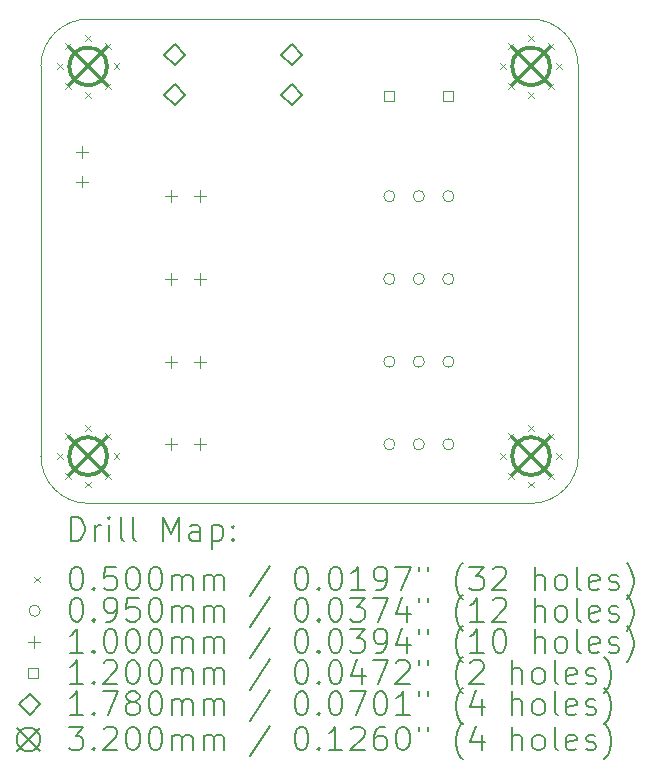
<source format=gbr>
%TF.GenerationSoftware,KiCad,Pcbnew,7.0.10*%
%TF.CreationDate,2024-02-05T17:12:15+01:00*%
%TF.ProjectId,led-driver-board-4gang,6c65642d-6472-4697-9665-722d626f6172,rev?*%
%TF.SameCoordinates,Original*%
%TF.FileFunction,Drillmap*%
%TF.FilePolarity,Positive*%
%FSLAX45Y45*%
G04 Gerber Fmt 4.5, Leading zero omitted, Abs format (unit mm)*
G04 Created by KiCad (PCBNEW 7.0.10) date 2024-02-05 17:12:15*
%MOMM*%
%LPD*%
G01*
G04 APERTURE LIST*
%ADD10C,0.100000*%
%ADD11C,0.200000*%
%ADD12C,0.120000*%
%ADD13C,0.178000*%
%ADD14C,0.320000*%
G04 APERTURE END LIST*
D10*
X6050000Y-6600000D02*
G75*
G03*
X6450000Y-6200000I0J400000D01*
G01*
X1900000Y-6200000D02*
G75*
G03*
X2300000Y-6600000I400000J0D01*
G01*
X2300000Y-2500000D02*
G75*
G03*
X1900000Y-2900000I0J-400000D01*
G01*
X6450000Y-2900000D02*
G75*
G03*
X6050000Y-2500000I-400000J0D01*
G01*
X1900000Y-6200000D02*
X1900000Y-2900000D01*
X2300000Y-2500000D02*
X6050000Y-2500000D01*
X6450000Y-6200000D02*
X6450000Y-2900000D01*
X2300000Y-6600000D02*
X6050000Y-6600000D01*
D11*
D10*
X2035000Y-2875000D02*
X2085000Y-2925000D01*
X2085000Y-2875000D02*
X2035000Y-2925000D01*
X2035000Y-6175000D02*
X2085000Y-6225000D01*
X2085000Y-6175000D02*
X2035000Y-6225000D01*
X2105294Y-2705294D02*
X2155294Y-2755294D01*
X2155294Y-2705294D02*
X2105294Y-2755294D01*
X2105294Y-3044706D02*
X2155294Y-3094706D01*
X2155294Y-3044706D02*
X2105294Y-3094706D01*
X2105294Y-6005294D02*
X2155294Y-6055294D01*
X2155294Y-6005294D02*
X2105294Y-6055294D01*
X2105294Y-6344706D02*
X2155294Y-6394706D01*
X2155294Y-6344706D02*
X2105294Y-6394706D01*
X2275000Y-2635000D02*
X2325000Y-2685000D01*
X2325000Y-2635000D02*
X2275000Y-2685000D01*
X2275000Y-3115000D02*
X2325000Y-3165000D01*
X2325000Y-3115000D02*
X2275000Y-3165000D01*
X2275000Y-5935000D02*
X2325000Y-5985000D01*
X2325000Y-5935000D02*
X2275000Y-5985000D01*
X2275000Y-6415000D02*
X2325000Y-6465000D01*
X2325000Y-6415000D02*
X2275000Y-6465000D01*
X2444706Y-2705294D02*
X2494706Y-2755294D01*
X2494706Y-2705294D02*
X2444706Y-2755294D01*
X2444706Y-3044706D02*
X2494706Y-3094706D01*
X2494706Y-3044706D02*
X2444706Y-3094706D01*
X2444706Y-6005294D02*
X2494706Y-6055294D01*
X2494706Y-6005294D02*
X2444706Y-6055294D01*
X2444706Y-6344706D02*
X2494706Y-6394706D01*
X2494706Y-6344706D02*
X2444706Y-6394706D01*
X2515000Y-2875000D02*
X2565000Y-2925000D01*
X2565000Y-2875000D02*
X2515000Y-2925000D01*
X2515000Y-6175000D02*
X2565000Y-6225000D01*
X2565000Y-6175000D02*
X2515000Y-6225000D01*
X5785000Y-2875000D02*
X5835000Y-2925000D01*
X5835000Y-2875000D02*
X5785000Y-2925000D01*
X5785000Y-6175000D02*
X5835000Y-6225000D01*
X5835000Y-6175000D02*
X5785000Y-6225000D01*
X5855294Y-2705294D02*
X5905294Y-2755294D01*
X5905294Y-2705294D02*
X5855294Y-2755294D01*
X5855294Y-3044706D02*
X5905294Y-3094706D01*
X5905294Y-3044706D02*
X5855294Y-3094706D01*
X5855294Y-6005294D02*
X5905294Y-6055294D01*
X5905294Y-6005294D02*
X5855294Y-6055294D01*
X5855294Y-6344706D02*
X5905294Y-6394706D01*
X5905294Y-6344706D02*
X5855294Y-6394706D01*
X6025000Y-2635000D02*
X6075000Y-2685000D01*
X6075000Y-2635000D02*
X6025000Y-2685000D01*
X6025000Y-3115000D02*
X6075000Y-3165000D01*
X6075000Y-3115000D02*
X6025000Y-3165000D01*
X6025000Y-5935000D02*
X6075000Y-5985000D01*
X6075000Y-5935000D02*
X6025000Y-5985000D01*
X6025000Y-6415000D02*
X6075000Y-6465000D01*
X6075000Y-6415000D02*
X6025000Y-6465000D01*
X6194706Y-2705294D02*
X6244706Y-2755294D01*
X6244706Y-2705294D02*
X6194706Y-2755294D01*
X6194706Y-3044706D02*
X6244706Y-3094706D01*
X6244706Y-3044706D02*
X6194706Y-3094706D01*
X6194706Y-6005294D02*
X6244706Y-6055294D01*
X6244706Y-6005294D02*
X6194706Y-6055294D01*
X6194706Y-6344706D02*
X6244706Y-6394706D01*
X6244706Y-6344706D02*
X6194706Y-6394706D01*
X6265000Y-2875000D02*
X6315000Y-2925000D01*
X6315000Y-2875000D02*
X6265000Y-2925000D01*
X6265000Y-6175000D02*
X6315000Y-6225000D01*
X6315000Y-6175000D02*
X6265000Y-6225000D01*
X4897500Y-4000000D02*
G75*
G03*
X4802500Y-4000000I-47500J0D01*
G01*
X4802500Y-4000000D02*
G75*
G03*
X4897500Y-4000000I47500J0D01*
G01*
X4897500Y-4700000D02*
G75*
G03*
X4802500Y-4700000I-47500J0D01*
G01*
X4802500Y-4700000D02*
G75*
G03*
X4897500Y-4700000I47500J0D01*
G01*
X4897500Y-5400000D02*
G75*
G03*
X4802500Y-5400000I-47500J0D01*
G01*
X4802500Y-5400000D02*
G75*
G03*
X4897500Y-5400000I47500J0D01*
G01*
X4897500Y-6100000D02*
G75*
G03*
X4802500Y-6100000I-47500J0D01*
G01*
X4802500Y-6100000D02*
G75*
G03*
X4897500Y-6100000I47500J0D01*
G01*
X5147500Y-4000000D02*
G75*
G03*
X5052500Y-4000000I-47500J0D01*
G01*
X5052500Y-4000000D02*
G75*
G03*
X5147500Y-4000000I47500J0D01*
G01*
X5147500Y-4700000D02*
G75*
G03*
X5052500Y-4700000I-47500J0D01*
G01*
X5052500Y-4700000D02*
G75*
G03*
X5147500Y-4700000I47500J0D01*
G01*
X5147500Y-5400000D02*
G75*
G03*
X5052500Y-5400000I-47500J0D01*
G01*
X5052500Y-5400000D02*
G75*
G03*
X5147500Y-5400000I47500J0D01*
G01*
X5147500Y-6100000D02*
G75*
G03*
X5052500Y-6100000I-47500J0D01*
G01*
X5052500Y-6100000D02*
G75*
G03*
X5147500Y-6100000I47500J0D01*
G01*
X5397500Y-4000000D02*
G75*
G03*
X5302500Y-4000000I-47500J0D01*
G01*
X5302500Y-4000000D02*
G75*
G03*
X5397500Y-4000000I47500J0D01*
G01*
X5397500Y-4700000D02*
G75*
G03*
X5302500Y-4700000I-47500J0D01*
G01*
X5302500Y-4700000D02*
G75*
G03*
X5397500Y-4700000I47500J0D01*
G01*
X5397500Y-5400000D02*
G75*
G03*
X5302500Y-5400000I-47500J0D01*
G01*
X5302500Y-5400000D02*
G75*
G03*
X5397500Y-5400000I47500J0D01*
G01*
X5397500Y-6100000D02*
G75*
G03*
X5302500Y-6100000I-47500J0D01*
G01*
X5302500Y-6100000D02*
G75*
G03*
X5397500Y-6100000I47500J0D01*
G01*
X2247500Y-3575000D02*
X2247500Y-3675000D01*
X2197500Y-3625000D02*
X2297500Y-3625000D01*
X2247500Y-3825000D02*
X2247500Y-3925000D01*
X2197500Y-3875000D02*
X2297500Y-3875000D01*
X3000000Y-3950000D02*
X3000000Y-4050000D01*
X2950000Y-4000000D02*
X3050000Y-4000000D01*
X3000000Y-4650000D02*
X3000000Y-4750000D01*
X2950000Y-4700000D02*
X3050000Y-4700000D01*
X3000000Y-5350000D02*
X3000000Y-5450000D01*
X2950000Y-5400000D02*
X3050000Y-5400000D01*
X3000000Y-6050000D02*
X3000000Y-6150000D01*
X2950000Y-6100000D02*
X3050000Y-6100000D01*
X3250000Y-3950000D02*
X3250000Y-4050000D01*
X3200000Y-4000000D02*
X3300000Y-4000000D01*
X3250000Y-4650000D02*
X3250000Y-4750000D01*
X3200000Y-4700000D02*
X3300000Y-4700000D01*
X3250000Y-5350000D02*
X3250000Y-5450000D01*
X3200000Y-5400000D02*
X3300000Y-5400000D01*
X3250000Y-6050000D02*
X3250000Y-6150000D01*
X3200000Y-6100000D02*
X3300000Y-6100000D01*
D12*
X4892427Y-3192427D02*
X4892427Y-3107573D01*
X4807573Y-3107573D01*
X4807573Y-3192427D01*
X4892427Y-3192427D01*
X5392427Y-3192427D02*
X5392427Y-3107573D01*
X5307573Y-3107573D01*
X5307573Y-3192427D01*
X5392427Y-3192427D01*
D13*
X3033000Y-2889000D02*
X3122000Y-2800000D01*
X3033000Y-2711000D01*
X2944000Y-2800000D01*
X3033000Y-2889000D01*
X3033000Y-3229000D02*
X3122000Y-3140000D01*
X3033000Y-3051000D01*
X2944000Y-3140000D01*
X3033000Y-3229000D01*
X4025000Y-2889000D02*
X4114000Y-2800000D01*
X4025000Y-2711000D01*
X3936000Y-2800000D01*
X4025000Y-2889000D01*
X4025000Y-3229000D02*
X4114000Y-3140000D01*
X4025000Y-3051000D01*
X3936000Y-3140000D01*
X4025000Y-3229000D01*
D14*
X2140000Y-2740000D02*
X2460000Y-3060000D01*
X2460000Y-2740000D02*
X2140000Y-3060000D01*
X2460000Y-2900000D02*
G75*
G03*
X2140000Y-2900000I-160000J0D01*
G01*
X2140000Y-2900000D02*
G75*
G03*
X2460000Y-2900000I160000J0D01*
G01*
X2140000Y-6040000D02*
X2460000Y-6360000D01*
X2460000Y-6040000D02*
X2140000Y-6360000D01*
X2460000Y-6200000D02*
G75*
G03*
X2140000Y-6200000I-160000J0D01*
G01*
X2140000Y-6200000D02*
G75*
G03*
X2460000Y-6200000I160000J0D01*
G01*
X5890000Y-2740000D02*
X6210000Y-3060000D01*
X6210000Y-2740000D02*
X5890000Y-3060000D01*
X6210000Y-2900000D02*
G75*
G03*
X5890000Y-2900000I-160000J0D01*
G01*
X5890000Y-2900000D02*
G75*
G03*
X6210000Y-2900000I160000J0D01*
G01*
X5890000Y-6040000D02*
X6210000Y-6360000D01*
X6210000Y-6040000D02*
X5890000Y-6360000D01*
X6210000Y-6200000D02*
G75*
G03*
X5890000Y-6200000I-160000J0D01*
G01*
X5890000Y-6200000D02*
G75*
G03*
X6210000Y-6200000I160000J0D01*
G01*
D11*
X2155777Y-6916484D02*
X2155777Y-6716484D01*
X2155777Y-6716484D02*
X2203396Y-6716484D01*
X2203396Y-6716484D02*
X2231967Y-6726008D01*
X2231967Y-6726008D02*
X2251015Y-6745055D01*
X2251015Y-6745055D02*
X2260539Y-6764103D01*
X2260539Y-6764103D02*
X2270063Y-6802198D01*
X2270063Y-6802198D02*
X2270063Y-6830769D01*
X2270063Y-6830769D02*
X2260539Y-6868865D01*
X2260539Y-6868865D02*
X2251015Y-6887912D01*
X2251015Y-6887912D02*
X2231967Y-6906960D01*
X2231967Y-6906960D02*
X2203396Y-6916484D01*
X2203396Y-6916484D02*
X2155777Y-6916484D01*
X2355777Y-6916484D02*
X2355777Y-6783150D01*
X2355777Y-6821246D02*
X2365301Y-6802198D01*
X2365301Y-6802198D02*
X2374824Y-6792674D01*
X2374824Y-6792674D02*
X2393872Y-6783150D01*
X2393872Y-6783150D02*
X2412920Y-6783150D01*
X2479586Y-6916484D02*
X2479586Y-6783150D01*
X2479586Y-6716484D02*
X2470063Y-6726008D01*
X2470063Y-6726008D02*
X2479586Y-6735531D01*
X2479586Y-6735531D02*
X2489110Y-6726008D01*
X2489110Y-6726008D02*
X2479586Y-6716484D01*
X2479586Y-6716484D02*
X2479586Y-6735531D01*
X2603396Y-6916484D02*
X2584348Y-6906960D01*
X2584348Y-6906960D02*
X2574824Y-6887912D01*
X2574824Y-6887912D02*
X2574824Y-6716484D01*
X2708158Y-6916484D02*
X2689110Y-6906960D01*
X2689110Y-6906960D02*
X2679586Y-6887912D01*
X2679586Y-6887912D02*
X2679586Y-6716484D01*
X2936729Y-6916484D02*
X2936729Y-6716484D01*
X2936729Y-6716484D02*
X3003396Y-6859341D01*
X3003396Y-6859341D02*
X3070062Y-6716484D01*
X3070062Y-6716484D02*
X3070062Y-6916484D01*
X3251015Y-6916484D02*
X3251015Y-6811722D01*
X3251015Y-6811722D02*
X3241491Y-6792674D01*
X3241491Y-6792674D02*
X3222443Y-6783150D01*
X3222443Y-6783150D02*
X3184348Y-6783150D01*
X3184348Y-6783150D02*
X3165301Y-6792674D01*
X3251015Y-6906960D02*
X3231967Y-6916484D01*
X3231967Y-6916484D02*
X3184348Y-6916484D01*
X3184348Y-6916484D02*
X3165301Y-6906960D01*
X3165301Y-6906960D02*
X3155777Y-6887912D01*
X3155777Y-6887912D02*
X3155777Y-6868865D01*
X3155777Y-6868865D02*
X3165301Y-6849817D01*
X3165301Y-6849817D02*
X3184348Y-6840293D01*
X3184348Y-6840293D02*
X3231967Y-6840293D01*
X3231967Y-6840293D02*
X3251015Y-6830769D01*
X3346253Y-6783150D02*
X3346253Y-6983150D01*
X3346253Y-6792674D02*
X3365301Y-6783150D01*
X3365301Y-6783150D02*
X3403396Y-6783150D01*
X3403396Y-6783150D02*
X3422443Y-6792674D01*
X3422443Y-6792674D02*
X3431967Y-6802198D01*
X3431967Y-6802198D02*
X3441491Y-6821246D01*
X3441491Y-6821246D02*
X3441491Y-6878388D01*
X3441491Y-6878388D02*
X3431967Y-6897436D01*
X3431967Y-6897436D02*
X3422443Y-6906960D01*
X3422443Y-6906960D02*
X3403396Y-6916484D01*
X3403396Y-6916484D02*
X3365301Y-6916484D01*
X3365301Y-6916484D02*
X3346253Y-6906960D01*
X3527205Y-6897436D02*
X3536729Y-6906960D01*
X3536729Y-6906960D02*
X3527205Y-6916484D01*
X3527205Y-6916484D02*
X3517682Y-6906960D01*
X3517682Y-6906960D02*
X3527205Y-6897436D01*
X3527205Y-6897436D02*
X3527205Y-6916484D01*
X3527205Y-6792674D02*
X3536729Y-6802198D01*
X3536729Y-6802198D02*
X3527205Y-6811722D01*
X3527205Y-6811722D02*
X3517682Y-6802198D01*
X3517682Y-6802198D02*
X3527205Y-6792674D01*
X3527205Y-6792674D02*
X3527205Y-6811722D01*
D10*
X1845000Y-7220000D02*
X1895000Y-7270000D01*
X1895000Y-7220000D02*
X1845000Y-7270000D01*
D11*
X2193872Y-7136484D02*
X2212920Y-7136484D01*
X2212920Y-7136484D02*
X2231967Y-7146008D01*
X2231967Y-7146008D02*
X2241491Y-7155531D01*
X2241491Y-7155531D02*
X2251015Y-7174579D01*
X2251015Y-7174579D02*
X2260539Y-7212674D01*
X2260539Y-7212674D02*
X2260539Y-7260293D01*
X2260539Y-7260293D02*
X2251015Y-7298388D01*
X2251015Y-7298388D02*
X2241491Y-7317436D01*
X2241491Y-7317436D02*
X2231967Y-7326960D01*
X2231967Y-7326960D02*
X2212920Y-7336484D01*
X2212920Y-7336484D02*
X2193872Y-7336484D01*
X2193872Y-7336484D02*
X2174824Y-7326960D01*
X2174824Y-7326960D02*
X2165301Y-7317436D01*
X2165301Y-7317436D02*
X2155777Y-7298388D01*
X2155777Y-7298388D02*
X2146253Y-7260293D01*
X2146253Y-7260293D02*
X2146253Y-7212674D01*
X2146253Y-7212674D02*
X2155777Y-7174579D01*
X2155777Y-7174579D02*
X2165301Y-7155531D01*
X2165301Y-7155531D02*
X2174824Y-7146008D01*
X2174824Y-7146008D02*
X2193872Y-7136484D01*
X2346253Y-7317436D02*
X2355777Y-7326960D01*
X2355777Y-7326960D02*
X2346253Y-7336484D01*
X2346253Y-7336484D02*
X2336729Y-7326960D01*
X2336729Y-7326960D02*
X2346253Y-7317436D01*
X2346253Y-7317436D02*
X2346253Y-7336484D01*
X2536729Y-7136484D02*
X2441491Y-7136484D01*
X2441491Y-7136484D02*
X2431967Y-7231722D01*
X2431967Y-7231722D02*
X2441491Y-7222198D01*
X2441491Y-7222198D02*
X2460539Y-7212674D01*
X2460539Y-7212674D02*
X2508158Y-7212674D01*
X2508158Y-7212674D02*
X2527205Y-7222198D01*
X2527205Y-7222198D02*
X2536729Y-7231722D01*
X2536729Y-7231722D02*
X2546253Y-7250769D01*
X2546253Y-7250769D02*
X2546253Y-7298388D01*
X2546253Y-7298388D02*
X2536729Y-7317436D01*
X2536729Y-7317436D02*
X2527205Y-7326960D01*
X2527205Y-7326960D02*
X2508158Y-7336484D01*
X2508158Y-7336484D02*
X2460539Y-7336484D01*
X2460539Y-7336484D02*
X2441491Y-7326960D01*
X2441491Y-7326960D02*
X2431967Y-7317436D01*
X2670063Y-7136484D02*
X2689110Y-7136484D01*
X2689110Y-7136484D02*
X2708158Y-7146008D01*
X2708158Y-7146008D02*
X2717682Y-7155531D01*
X2717682Y-7155531D02*
X2727205Y-7174579D01*
X2727205Y-7174579D02*
X2736729Y-7212674D01*
X2736729Y-7212674D02*
X2736729Y-7260293D01*
X2736729Y-7260293D02*
X2727205Y-7298388D01*
X2727205Y-7298388D02*
X2717682Y-7317436D01*
X2717682Y-7317436D02*
X2708158Y-7326960D01*
X2708158Y-7326960D02*
X2689110Y-7336484D01*
X2689110Y-7336484D02*
X2670063Y-7336484D01*
X2670063Y-7336484D02*
X2651015Y-7326960D01*
X2651015Y-7326960D02*
X2641491Y-7317436D01*
X2641491Y-7317436D02*
X2631967Y-7298388D01*
X2631967Y-7298388D02*
X2622444Y-7260293D01*
X2622444Y-7260293D02*
X2622444Y-7212674D01*
X2622444Y-7212674D02*
X2631967Y-7174579D01*
X2631967Y-7174579D02*
X2641491Y-7155531D01*
X2641491Y-7155531D02*
X2651015Y-7146008D01*
X2651015Y-7146008D02*
X2670063Y-7136484D01*
X2860539Y-7136484D02*
X2879586Y-7136484D01*
X2879586Y-7136484D02*
X2898634Y-7146008D01*
X2898634Y-7146008D02*
X2908158Y-7155531D01*
X2908158Y-7155531D02*
X2917682Y-7174579D01*
X2917682Y-7174579D02*
X2927205Y-7212674D01*
X2927205Y-7212674D02*
X2927205Y-7260293D01*
X2927205Y-7260293D02*
X2917682Y-7298388D01*
X2917682Y-7298388D02*
X2908158Y-7317436D01*
X2908158Y-7317436D02*
X2898634Y-7326960D01*
X2898634Y-7326960D02*
X2879586Y-7336484D01*
X2879586Y-7336484D02*
X2860539Y-7336484D01*
X2860539Y-7336484D02*
X2841491Y-7326960D01*
X2841491Y-7326960D02*
X2831967Y-7317436D01*
X2831967Y-7317436D02*
X2822443Y-7298388D01*
X2822443Y-7298388D02*
X2812920Y-7260293D01*
X2812920Y-7260293D02*
X2812920Y-7212674D01*
X2812920Y-7212674D02*
X2822443Y-7174579D01*
X2822443Y-7174579D02*
X2831967Y-7155531D01*
X2831967Y-7155531D02*
X2841491Y-7146008D01*
X2841491Y-7146008D02*
X2860539Y-7136484D01*
X3012920Y-7336484D02*
X3012920Y-7203150D01*
X3012920Y-7222198D02*
X3022443Y-7212674D01*
X3022443Y-7212674D02*
X3041491Y-7203150D01*
X3041491Y-7203150D02*
X3070063Y-7203150D01*
X3070063Y-7203150D02*
X3089110Y-7212674D01*
X3089110Y-7212674D02*
X3098634Y-7231722D01*
X3098634Y-7231722D02*
X3098634Y-7336484D01*
X3098634Y-7231722D02*
X3108158Y-7212674D01*
X3108158Y-7212674D02*
X3127205Y-7203150D01*
X3127205Y-7203150D02*
X3155777Y-7203150D01*
X3155777Y-7203150D02*
X3174824Y-7212674D01*
X3174824Y-7212674D02*
X3184348Y-7231722D01*
X3184348Y-7231722D02*
X3184348Y-7336484D01*
X3279586Y-7336484D02*
X3279586Y-7203150D01*
X3279586Y-7222198D02*
X3289110Y-7212674D01*
X3289110Y-7212674D02*
X3308158Y-7203150D01*
X3308158Y-7203150D02*
X3336729Y-7203150D01*
X3336729Y-7203150D02*
X3355777Y-7212674D01*
X3355777Y-7212674D02*
X3365301Y-7231722D01*
X3365301Y-7231722D02*
X3365301Y-7336484D01*
X3365301Y-7231722D02*
X3374824Y-7212674D01*
X3374824Y-7212674D02*
X3393872Y-7203150D01*
X3393872Y-7203150D02*
X3422443Y-7203150D01*
X3422443Y-7203150D02*
X3441491Y-7212674D01*
X3441491Y-7212674D02*
X3451015Y-7231722D01*
X3451015Y-7231722D02*
X3451015Y-7336484D01*
X3841491Y-7126960D02*
X3670063Y-7384103D01*
X4098634Y-7136484D02*
X4117682Y-7136484D01*
X4117682Y-7136484D02*
X4136729Y-7146008D01*
X4136729Y-7146008D02*
X4146253Y-7155531D01*
X4146253Y-7155531D02*
X4155777Y-7174579D01*
X4155777Y-7174579D02*
X4165301Y-7212674D01*
X4165301Y-7212674D02*
X4165301Y-7260293D01*
X4165301Y-7260293D02*
X4155777Y-7298388D01*
X4155777Y-7298388D02*
X4146253Y-7317436D01*
X4146253Y-7317436D02*
X4136729Y-7326960D01*
X4136729Y-7326960D02*
X4117682Y-7336484D01*
X4117682Y-7336484D02*
X4098634Y-7336484D01*
X4098634Y-7336484D02*
X4079586Y-7326960D01*
X4079586Y-7326960D02*
X4070063Y-7317436D01*
X4070063Y-7317436D02*
X4060539Y-7298388D01*
X4060539Y-7298388D02*
X4051015Y-7260293D01*
X4051015Y-7260293D02*
X4051015Y-7212674D01*
X4051015Y-7212674D02*
X4060539Y-7174579D01*
X4060539Y-7174579D02*
X4070063Y-7155531D01*
X4070063Y-7155531D02*
X4079586Y-7146008D01*
X4079586Y-7146008D02*
X4098634Y-7136484D01*
X4251015Y-7317436D02*
X4260539Y-7326960D01*
X4260539Y-7326960D02*
X4251015Y-7336484D01*
X4251015Y-7336484D02*
X4241491Y-7326960D01*
X4241491Y-7326960D02*
X4251015Y-7317436D01*
X4251015Y-7317436D02*
X4251015Y-7336484D01*
X4384348Y-7136484D02*
X4403396Y-7136484D01*
X4403396Y-7136484D02*
X4422444Y-7146008D01*
X4422444Y-7146008D02*
X4431968Y-7155531D01*
X4431968Y-7155531D02*
X4441491Y-7174579D01*
X4441491Y-7174579D02*
X4451015Y-7212674D01*
X4451015Y-7212674D02*
X4451015Y-7260293D01*
X4451015Y-7260293D02*
X4441491Y-7298388D01*
X4441491Y-7298388D02*
X4431968Y-7317436D01*
X4431968Y-7317436D02*
X4422444Y-7326960D01*
X4422444Y-7326960D02*
X4403396Y-7336484D01*
X4403396Y-7336484D02*
X4384348Y-7336484D01*
X4384348Y-7336484D02*
X4365301Y-7326960D01*
X4365301Y-7326960D02*
X4355777Y-7317436D01*
X4355777Y-7317436D02*
X4346253Y-7298388D01*
X4346253Y-7298388D02*
X4336729Y-7260293D01*
X4336729Y-7260293D02*
X4336729Y-7212674D01*
X4336729Y-7212674D02*
X4346253Y-7174579D01*
X4346253Y-7174579D02*
X4355777Y-7155531D01*
X4355777Y-7155531D02*
X4365301Y-7146008D01*
X4365301Y-7146008D02*
X4384348Y-7136484D01*
X4641491Y-7336484D02*
X4527206Y-7336484D01*
X4584348Y-7336484D02*
X4584348Y-7136484D01*
X4584348Y-7136484D02*
X4565301Y-7165055D01*
X4565301Y-7165055D02*
X4546253Y-7184103D01*
X4546253Y-7184103D02*
X4527206Y-7193627D01*
X4736729Y-7336484D02*
X4774825Y-7336484D01*
X4774825Y-7336484D02*
X4793872Y-7326960D01*
X4793872Y-7326960D02*
X4803396Y-7317436D01*
X4803396Y-7317436D02*
X4822444Y-7288865D01*
X4822444Y-7288865D02*
X4831968Y-7250769D01*
X4831968Y-7250769D02*
X4831968Y-7174579D01*
X4831968Y-7174579D02*
X4822444Y-7155531D01*
X4822444Y-7155531D02*
X4812920Y-7146008D01*
X4812920Y-7146008D02*
X4793872Y-7136484D01*
X4793872Y-7136484D02*
X4755777Y-7136484D01*
X4755777Y-7136484D02*
X4736729Y-7146008D01*
X4736729Y-7146008D02*
X4727206Y-7155531D01*
X4727206Y-7155531D02*
X4717682Y-7174579D01*
X4717682Y-7174579D02*
X4717682Y-7222198D01*
X4717682Y-7222198D02*
X4727206Y-7241246D01*
X4727206Y-7241246D02*
X4736729Y-7250769D01*
X4736729Y-7250769D02*
X4755777Y-7260293D01*
X4755777Y-7260293D02*
X4793872Y-7260293D01*
X4793872Y-7260293D02*
X4812920Y-7250769D01*
X4812920Y-7250769D02*
X4822444Y-7241246D01*
X4822444Y-7241246D02*
X4831968Y-7222198D01*
X4898634Y-7136484D02*
X5031968Y-7136484D01*
X5031968Y-7136484D02*
X4946253Y-7336484D01*
X5098634Y-7136484D02*
X5098634Y-7174579D01*
X5174825Y-7136484D02*
X5174825Y-7174579D01*
X5470063Y-7412674D02*
X5460539Y-7403150D01*
X5460539Y-7403150D02*
X5441491Y-7374579D01*
X5441491Y-7374579D02*
X5431968Y-7355531D01*
X5431968Y-7355531D02*
X5422444Y-7326960D01*
X5422444Y-7326960D02*
X5412920Y-7279341D01*
X5412920Y-7279341D02*
X5412920Y-7241246D01*
X5412920Y-7241246D02*
X5422444Y-7193627D01*
X5422444Y-7193627D02*
X5431968Y-7165055D01*
X5431968Y-7165055D02*
X5441491Y-7146008D01*
X5441491Y-7146008D02*
X5460539Y-7117436D01*
X5460539Y-7117436D02*
X5470063Y-7107912D01*
X5527206Y-7136484D02*
X5651015Y-7136484D01*
X5651015Y-7136484D02*
X5584349Y-7212674D01*
X5584349Y-7212674D02*
X5612920Y-7212674D01*
X5612920Y-7212674D02*
X5631968Y-7222198D01*
X5631968Y-7222198D02*
X5641491Y-7231722D01*
X5641491Y-7231722D02*
X5651015Y-7250769D01*
X5651015Y-7250769D02*
X5651015Y-7298388D01*
X5651015Y-7298388D02*
X5641491Y-7317436D01*
X5641491Y-7317436D02*
X5631968Y-7326960D01*
X5631968Y-7326960D02*
X5612920Y-7336484D01*
X5612920Y-7336484D02*
X5555777Y-7336484D01*
X5555777Y-7336484D02*
X5536730Y-7326960D01*
X5536730Y-7326960D02*
X5527206Y-7317436D01*
X5727206Y-7155531D02*
X5736729Y-7146008D01*
X5736729Y-7146008D02*
X5755777Y-7136484D01*
X5755777Y-7136484D02*
X5803396Y-7136484D01*
X5803396Y-7136484D02*
X5822444Y-7146008D01*
X5822444Y-7146008D02*
X5831968Y-7155531D01*
X5831968Y-7155531D02*
X5841491Y-7174579D01*
X5841491Y-7174579D02*
X5841491Y-7193627D01*
X5841491Y-7193627D02*
X5831968Y-7222198D01*
X5831968Y-7222198D02*
X5717682Y-7336484D01*
X5717682Y-7336484D02*
X5841491Y-7336484D01*
X6079587Y-7336484D02*
X6079587Y-7136484D01*
X6165301Y-7336484D02*
X6165301Y-7231722D01*
X6165301Y-7231722D02*
X6155777Y-7212674D01*
X6155777Y-7212674D02*
X6136730Y-7203150D01*
X6136730Y-7203150D02*
X6108158Y-7203150D01*
X6108158Y-7203150D02*
X6089110Y-7212674D01*
X6089110Y-7212674D02*
X6079587Y-7222198D01*
X6289110Y-7336484D02*
X6270063Y-7326960D01*
X6270063Y-7326960D02*
X6260539Y-7317436D01*
X6260539Y-7317436D02*
X6251015Y-7298388D01*
X6251015Y-7298388D02*
X6251015Y-7241246D01*
X6251015Y-7241246D02*
X6260539Y-7222198D01*
X6260539Y-7222198D02*
X6270063Y-7212674D01*
X6270063Y-7212674D02*
X6289110Y-7203150D01*
X6289110Y-7203150D02*
X6317682Y-7203150D01*
X6317682Y-7203150D02*
X6336730Y-7212674D01*
X6336730Y-7212674D02*
X6346253Y-7222198D01*
X6346253Y-7222198D02*
X6355777Y-7241246D01*
X6355777Y-7241246D02*
X6355777Y-7298388D01*
X6355777Y-7298388D02*
X6346253Y-7317436D01*
X6346253Y-7317436D02*
X6336730Y-7326960D01*
X6336730Y-7326960D02*
X6317682Y-7336484D01*
X6317682Y-7336484D02*
X6289110Y-7336484D01*
X6470063Y-7336484D02*
X6451015Y-7326960D01*
X6451015Y-7326960D02*
X6441491Y-7307912D01*
X6441491Y-7307912D02*
X6441491Y-7136484D01*
X6622444Y-7326960D02*
X6603396Y-7336484D01*
X6603396Y-7336484D02*
X6565301Y-7336484D01*
X6565301Y-7336484D02*
X6546253Y-7326960D01*
X6546253Y-7326960D02*
X6536730Y-7307912D01*
X6536730Y-7307912D02*
X6536730Y-7231722D01*
X6536730Y-7231722D02*
X6546253Y-7212674D01*
X6546253Y-7212674D02*
X6565301Y-7203150D01*
X6565301Y-7203150D02*
X6603396Y-7203150D01*
X6603396Y-7203150D02*
X6622444Y-7212674D01*
X6622444Y-7212674D02*
X6631968Y-7231722D01*
X6631968Y-7231722D02*
X6631968Y-7250769D01*
X6631968Y-7250769D02*
X6536730Y-7269817D01*
X6708158Y-7326960D02*
X6727206Y-7336484D01*
X6727206Y-7336484D02*
X6765301Y-7336484D01*
X6765301Y-7336484D02*
X6784349Y-7326960D01*
X6784349Y-7326960D02*
X6793872Y-7307912D01*
X6793872Y-7307912D02*
X6793872Y-7298388D01*
X6793872Y-7298388D02*
X6784349Y-7279341D01*
X6784349Y-7279341D02*
X6765301Y-7269817D01*
X6765301Y-7269817D02*
X6736730Y-7269817D01*
X6736730Y-7269817D02*
X6717682Y-7260293D01*
X6717682Y-7260293D02*
X6708158Y-7241246D01*
X6708158Y-7241246D02*
X6708158Y-7231722D01*
X6708158Y-7231722D02*
X6717682Y-7212674D01*
X6717682Y-7212674D02*
X6736730Y-7203150D01*
X6736730Y-7203150D02*
X6765301Y-7203150D01*
X6765301Y-7203150D02*
X6784349Y-7212674D01*
X6860539Y-7412674D02*
X6870063Y-7403150D01*
X6870063Y-7403150D02*
X6889111Y-7374579D01*
X6889111Y-7374579D02*
X6898634Y-7355531D01*
X6898634Y-7355531D02*
X6908158Y-7326960D01*
X6908158Y-7326960D02*
X6917682Y-7279341D01*
X6917682Y-7279341D02*
X6917682Y-7241246D01*
X6917682Y-7241246D02*
X6908158Y-7193627D01*
X6908158Y-7193627D02*
X6898634Y-7165055D01*
X6898634Y-7165055D02*
X6889111Y-7146008D01*
X6889111Y-7146008D02*
X6870063Y-7117436D01*
X6870063Y-7117436D02*
X6860539Y-7107912D01*
D10*
X1895000Y-7509000D02*
G75*
G03*
X1800000Y-7509000I-47500J0D01*
G01*
X1800000Y-7509000D02*
G75*
G03*
X1895000Y-7509000I47500J0D01*
G01*
D11*
X2193872Y-7400484D02*
X2212920Y-7400484D01*
X2212920Y-7400484D02*
X2231967Y-7410008D01*
X2231967Y-7410008D02*
X2241491Y-7419531D01*
X2241491Y-7419531D02*
X2251015Y-7438579D01*
X2251015Y-7438579D02*
X2260539Y-7476674D01*
X2260539Y-7476674D02*
X2260539Y-7524293D01*
X2260539Y-7524293D02*
X2251015Y-7562388D01*
X2251015Y-7562388D02*
X2241491Y-7581436D01*
X2241491Y-7581436D02*
X2231967Y-7590960D01*
X2231967Y-7590960D02*
X2212920Y-7600484D01*
X2212920Y-7600484D02*
X2193872Y-7600484D01*
X2193872Y-7600484D02*
X2174824Y-7590960D01*
X2174824Y-7590960D02*
X2165301Y-7581436D01*
X2165301Y-7581436D02*
X2155777Y-7562388D01*
X2155777Y-7562388D02*
X2146253Y-7524293D01*
X2146253Y-7524293D02*
X2146253Y-7476674D01*
X2146253Y-7476674D02*
X2155777Y-7438579D01*
X2155777Y-7438579D02*
X2165301Y-7419531D01*
X2165301Y-7419531D02*
X2174824Y-7410008D01*
X2174824Y-7410008D02*
X2193872Y-7400484D01*
X2346253Y-7581436D02*
X2355777Y-7590960D01*
X2355777Y-7590960D02*
X2346253Y-7600484D01*
X2346253Y-7600484D02*
X2336729Y-7590960D01*
X2336729Y-7590960D02*
X2346253Y-7581436D01*
X2346253Y-7581436D02*
X2346253Y-7600484D01*
X2451015Y-7600484D02*
X2489110Y-7600484D01*
X2489110Y-7600484D02*
X2508158Y-7590960D01*
X2508158Y-7590960D02*
X2517682Y-7581436D01*
X2517682Y-7581436D02*
X2536729Y-7552865D01*
X2536729Y-7552865D02*
X2546253Y-7514769D01*
X2546253Y-7514769D02*
X2546253Y-7438579D01*
X2546253Y-7438579D02*
X2536729Y-7419531D01*
X2536729Y-7419531D02*
X2527205Y-7410008D01*
X2527205Y-7410008D02*
X2508158Y-7400484D01*
X2508158Y-7400484D02*
X2470063Y-7400484D01*
X2470063Y-7400484D02*
X2451015Y-7410008D01*
X2451015Y-7410008D02*
X2441491Y-7419531D01*
X2441491Y-7419531D02*
X2431967Y-7438579D01*
X2431967Y-7438579D02*
X2431967Y-7486198D01*
X2431967Y-7486198D02*
X2441491Y-7505246D01*
X2441491Y-7505246D02*
X2451015Y-7514769D01*
X2451015Y-7514769D02*
X2470063Y-7524293D01*
X2470063Y-7524293D02*
X2508158Y-7524293D01*
X2508158Y-7524293D02*
X2527205Y-7514769D01*
X2527205Y-7514769D02*
X2536729Y-7505246D01*
X2536729Y-7505246D02*
X2546253Y-7486198D01*
X2727205Y-7400484D02*
X2631967Y-7400484D01*
X2631967Y-7400484D02*
X2622444Y-7495722D01*
X2622444Y-7495722D02*
X2631967Y-7486198D01*
X2631967Y-7486198D02*
X2651015Y-7476674D01*
X2651015Y-7476674D02*
X2698634Y-7476674D01*
X2698634Y-7476674D02*
X2717682Y-7486198D01*
X2717682Y-7486198D02*
X2727205Y-7495722D01*
X2727205Y-7495722D02*
X2736729Y-7514769D01*
X2736729Y-7514769D02*
X2736729Y-7562388D01*
X2736729Y-7562388D02*
X2727205Y-7581436D01*
X2727205Y-7581436D02*
X2717682Y-7590960D01*
X2717682Y-7590960D02*
X2698634Y-7600484D01*
X2698634Y-7600484D02*
X2651015Y-7600484D01*
X2651015Y-7600484D02*
X2631967Y-7590960D01*
X2631967Y-7590960D02*
X2622444Y-7581436D01*
X2860539Y-7400484D02*
X2879586Y-7400484D01*
X2879586Y-7400484D02*
X2898634Y-7410008D01*
X2898634Y-7410008D02*
X2908158Y-7419531D01*
X2908158Y-7419531D02*
X2917682Y-7438579D01*
X2917682Y-7438579D02*
X2927205Y-7476674D01*
X2927205Y-7476674D02*
X2927205Y-7524293D01*
X2927205Y-7524293D02*
X2917682Y-7562388D01*
X2917682Y-7562388D02*
X2908158Y-7581436D01*
X2908158Y-7581436D02*
X2898634Y-7590960D01*
X2898634Y-7590960D02*
X2879586Y-7600484D01*
X2879586Y-7600484D02*
X2860539Y-7600484D01*
X2860539Y-7600484D02*
X2841491Y-7590960D01*
X2841491Y-7590960D02*
X2831967Y-7581436D01*
X2831967Y-7581436D02*
X2822443Y-7562388D01*
X2822443Y-7562388D02*
X2812920Y-7524293D01*
X2812920Y-7524293D02*
X2812920Y-7476674D01*
X2812920Y-7476674D02*
X2822443Y-7438579D01*
X2822443Y-7438579D02*
X2831967Y-7419531D01*
X2831967Y-7419531D02*
X2841491Y-7410008D01*
X2841491Y-7410008D02*
X2860539Y-7400484D01*
X3012920Y-7600484D02*
X3012920Y-7467150D01*
X3012920Y-7486198D02*
X3022443Y-7476674D01*
X3022443Y-7476674D02*
X3041491Y-7467150D01*
X3041491Y-7467150D02*
X3070063Y-7467150D01*
X3070063Y-7467150D02*
X3089110Y-7476674D01*
X3089110Y-7476674D02*
X3098634Y-7495722D01*
X3098634Y-7495722D02*
X3098634Y-7600484D01*
X3098634Y-7495722D02*
X3108158Y-7476674D01*
X3108158Y-7476674D02*
X3127205Y-7467150D01*
X3127205Y-7467150D02*
X3155777Y-7467150D01*
X3155777Y-7467150D02*
X3174824Y-7476674D01*
X3174824Y-7476674D02*
X3184348Y-7495722D01*
X3184348Y-7495722D02*
X3184348Y-7600484D01*
X3279586Y-7600484D02*
X3279586Y-7467150D01*
X3279586Y-7486198D02*
X3289110Y-7476674D01*
X3289110Y-7476674D02*
X3308158Y-7467150D01*
X3308158Y-7467150D02*
X3336729Y-7467150D01*
X3336729Y-7467150D02*
X3355777Y-7476674D01*
X3355777Y-7476674D02*
X3365301Y-7495722D01*
X3365301Y-7495722D02*
X3365301Y-7600484D01*
X3365301Y-7495722D02*
X3374824Y-7476674D01*
X3374824Y-7476674D02*
X3393872Y-7467150D01*
X3393872Y-7467150D02*
X3422443Y-7467150D01*
X3422443Y-7467150D02*
X3441491Y-7476674D01*
X3441491Y-7476674D02*
X3451015Y-7495722D01*
X3451015Y-7495722D02*
X3451015Y-7600484D01*
X3841491Y-7390960D02*
X3670063Y-7648103D01*
X4098634Y-7400484D02*
X4117682Y-7400484D01*
X4117682Y-7400484D02*
X4136729Y-7410008D01*
X4136729Y-7410008D02*
X4146253Y-7419531D01*
X4146253Y-7419531D02*
X4155777Y-7438579D01*
X4155777Y-7438579D02*
X4165301Y-7476674D01*
X4165301Y-7476674D02*
X4165301Y-7524293D01*
X4165301Y-7524293D02*
X4155777Y-7562388D01*
X4155777Y-7562388D02*
X4146253Y-7581436D01*
X4146253Y-7581436D02*
X4136729Y-7590960D01*
X4136729Y-7590960D02*
X4117682Y-7600484D01*
X4117682Y-7600484D02*
X4098634Y-7600484D01*
X4098634Y-7600484D02*
X4079586Y-7590960D01*
X4079586Y-7590960D02*
X4070063Y-7581436D01*
X4070063Y-7581436D02*
X4060539Y-7562388D01*
X4060539Y-7562388D02*
X4051015Y-7524293D01*
X4051015Y-7524293D02*
X4051015Y-7476674D01*
X4051015Y-7476674D02*
X4060539Y-7438579D01*
X4060539Y-7438579D02*
X4070063Y-7419531D01*
X4070063Y-7419531D02*
X4079586Y-7410008D01*
X4079586Y-7410008D02*
X4098634Y-7400484D01*
X4251015Y-7581436D02*
X4260539Y-7590960D01*
X4260539Y-7590960D02*
X4251015Y-7600484D01*
X4251015Y-7600484D02*
X4241491Y-7590960D01*
X4241491Y-7590960D02*
X4251015Y-7581436D01*
X4251015Y-7581436D02*
X4251015Y-7600484D01*
X4384348Y-7400484D02*
X4403396Y-7400484D01*
X4403396Y-7400484D02*
X4422444Y-7410008D01*
X4422444Y-7410008D02*
X4431968Y-7419531D01*
X4431968Y-7419531D02*
X4441491Y-7438579D01*
X4441491Y-7438579D02*
X4451015Y-7476674D01*
X4451015Y-7476674D02*
X4451015Y-7524293D01*
X4451015Y-7524293D02*
X4441491Y-7562388D01*
X4441491Y-7562388D02*
X4431968Y-7581436D01*
X4431968Y-7581436D02*
X4422444Y-7590960D01*
X4422444Y-7590960D02*
X4403396Y-7600484D01*
X4403396Y-7600484D02*
X4384348Y-7600484D01*
X4384348Y-7600484D02*
X4365301Y-7590960D01*
X4365301Y-7590960D02*
X4355777Y-7581436D01*
X4355777Y-7581436D02*
X4346253Y-7562388D01*
X4346253Y-7562388D02*
X4336729Y-7524293D01*
X4336729Y-7524293D02*
X4336729Y-7476674D01*
X4336729Y-7476674D02*
X4346253Y-7438579D01*
X4346253Y-7438579D02*
X4355777Y-7419531D01*
X4355777Y-7419531D02*
X4365301Y-7410008D01*
X4365301Y-7410008D02*
X4384348Y-7400484D01*
X4517682Y-7400484D02*
X4641491Y-7400484D01*
X4641491Y-7400484D02*
X4574825Y-7476674D01*
X4574825Y-7476674D02*
X4603396Y-7476674D01*
X4603396Y-7476674D02*
X4622444Y-7486198D01*
X4622444Y-7486198D02*
X4631968Y-7495722D01*
X4631968Y-7495722D02*
X4641491Y-7514769D01*
X4641491Y-7514769D02*
X4641491Y-7562388D01*
X4641491Y-7562388D02*
X4631968Y-7581436D01*
X4631968Y-7581436D02*
X4622444Y-7590960D01*
X4622444Y-7590960D02*
X4603396Y-7600484D01*
X4603396Y-7600484D02*
X4546253Y-7600484D01*
X4546253Y-7600484D02*
X4527206Y-7590960D01*
X4527206Y-7590960D02*
X4517682Y-7581436D01*
X4708158Y-7400484D02*
X4841491Y-7400484D01*
X4841491Y-7400484D02*
X4755777Y-7600484D01*
X5003396Y-7467150D02*
X5003396Y-7600484D01*
X4955777Y-7390960D02*
X4908158Y-7533817D01*
X4908158Y-7533817D02*
X5031968Y-7533817D01*
X5098634Y-7400484D02*
X5098634Y-7438579D01*
X5174825Y-7400484D02*
X5174825Y-7438579D01*
X5470063Y-7676674D02*
X5460539Y-7667150D01*
X5460539Y-7667150D02*
X5441491Y-7638579D01*
X5441491Y-7638579D02*
X5431968Y-7619531D01*
X5431968Y-7619531D02*
X5422444Y-7590960D01*
X5422444Y-7590960D02*
X5412920Y-7543341D01*
X5412920Y-7543341D02*
X5412920Y-7505246D01*
X5412920Y-7505246D02*
X5422444Y-7457627D01*
X5422444Y-7457627D02*
X5431968Y-7429055D01*
X5431968Y-7429055D02*
X5441491Y-7410008D01*
X5441491Y-7410008D02*
X5460539Y-7381436D01*
X5460539Y-7381436D02*
X5470063Y-7371912D01*
X5651015Y-7600484D02*
X5536730Y-7600484D01*
X5593872Y-7600484D02*
X5593872Y-7400484D01*
X5593872Y-7400484D02*
X5574825Y-7429055D01*
X5574825Y-7429055D02*
X5555777Y-7448103D01*
X5555777Y-7448103D02*
X5536730Y-7457627D01*
X5727206Y-7419531D02*
X5736729Y-7410008D01*
X5736729Y-7410008D02*
X5755777Y-7400484D01*
X5755777Y-7400484D02*
X5803396Y-7400484D01*
X5803396Y-7400484D02*
X5822444Y-7410008D01*
X5822444Y-7410008D02*
X5831968Y-7419531D01*
X5831968Y-7419531D02*
X5841491Y-7438579D01*
X5841491Y-7438579D02*
X5841491Y-7457627D01*
X5841491Y-7457627D02*
X5831968Y-7486198D01*
X5831968Y-7486198D02*
X5717682Y-7600484D01*
X5717682Y-7600484D02*
X5841491Y-7600484D01*
X6079587Y-7600484D02*
X6079587Y-7400484D01*
X6165301Y-7600484D02*
X6165301Y-7495722D01*
X6165301Y-7495722D02*
X6155777Y-7476674D01*
X6155777Y-7476674D02*
X6136730Y-7467150D01*
X6136730Y-7467150D02*
X6108158Y-7467150D01*
X6108158Y-7467150D02*
X6089110Y-7476674D01*
X6089110Y-7476674D02*
X6079587Y-7486198D01*
X6289110Y-7600484D02*
X6270063Y-7590960D01*
X6270063Y-7590960D02*
X6260539Y-7581436D01*
X6260539Y-7581436D02*
X6251015Y-7562388D01*
X6251015Y-7562388D02*
X6251015Y-7505246D01*
X6251015Y-7505246D02*
X6260539Y-7486198D01*
X6260539Y-7486198D02*
X6270063Y-7476674D01*
X6270063Y-7476674D02*
X6289110Y-7467150D01*
X6289110Y-7467150D02*
X6317682Y-7467150D01*
X6317682Y-7467150D02*
X6336730Y-7476674D01*
X6336730Y-7476674D02*
X6346253Y-7486198D01*
X6346253Y-7486198D02*
X6355777Y-7505246D01*
X6355777Y-7505246D02*
X6355777Y-7562388D01*
X6355777Y-7562388D02*
X6346253Y-7581436D01*
X6346253Y-7581436D02*
X6336730Y-7590960D01*
X6336730Y-7590960D02*
X6317682Y-7600484D01*
X6317682Y-7600484D02*
X6289110Y-7600484D01*
X6470063Y-7600484D02*
X6451015Y-7590960D01*
X6451015Y-7590960D02*
X6441491Y-7571912D01*
X6441491Y-7571912D02*
X6441491Y-7400484D01*
X6622444Y-7590960D02*
X6603396Y-7600484D01*
X6603396Y-7600484D02*
X6565301Y-7600484D01*
X6565301Y-7600484D02*
X6546253Y-7590960D01*
X6546253Y-7590960D02*
X6536730Y-7571912D01*
X6536730Y-7571912D02*
X6536730Y-7495722D01*
X6536730Y-7495722D02*
X6546253Y-7476674D01*
X6546253Y-7476674D02*
X6565301Y-7467150D01*
X6565301Y-7467150D02*
X6603396Y-7467150D01*
X6603396Y-7467150D02*
X6622444Y-7476674D01*
X6622444Y-7476674D02*
X6631968Y-7495722D01*
X6631968Y-7495722D02*
X6631968Y-7514769D01*
X6631968Y-7514769D02*
X6536730Y-7533817D01*
X6708158Y-7590960D02*
X6727206Y-7600484D01*
X6727206Y-7600484D02*
X6765301Y-7600484D01*
X6765301Y-7600484D02*
X6784349Y-7590960D01*
X6784349Y-7590960D02*
X6793872Y-7571912D01*
X6793872Y-7571912D02*
X6793872Y-7562388D01*
X6793872Y-7562388D02*
X6784349Y-7543341D01*
X6784349Y-7543341D02*
X6765301Y-7533817D01*
X6765301Y-7533817D02*
X6736730Y-7533817D01*
X6736730Y-7533817D02*
X6717682Y-7524293D01*
X6717682Y-7524293D02*
X6708158Y-7505246D01*
X6708158Y-7505246D02*
X6708158Y-7495722D01*
X6708158Y-7495722D02*
X6717682Y-7476674D01*
X6717682Y-7476674D02*
X6736730Y-7467150D01*
X6736730Y-7467150D02*
X6765301Y-7467150D01*
X6765301Y-7467150D02*
X6784349Y-7476674D01*
X6860539Y-7676674D02*
X6870063Y-7667150D01*
X6870063Y-7667150D02*
X6889111Y-7638579D01*
X6889111Y-7638579D02*
X6898634Y-7619531D01*
X6898634Y-7619531D02*
X6908158Y-7590960D01*
X6908158Y-7590960D02*
X6917682Y-7543341D01*
X6917682Y-7543341D02*
X6917682Y-7505246D01*
X6917682Y-7505246D02*
X6908158Y-7457627D01*
X6908158Y-7457627D02*
X6898634Y-7429055D01*
X6898634Y-7429055D02*
X6889111Y-7410008D01*
X6889111Y-7410008D02*
X6870063Y-7381436D01*
X6870063Y-7381436D02*
X6860539Y-7371912D01*
D10*
X1845000Y-7723000D02*
X1845000Y-7823000D01*
X1795000Y-7773000D02*
X1895000Y-7773000D01*
D11*
X2260539Y-7864484D02*
X2146253Y-7864484D01*
X2203396Y-7864484D02*
X2203396Y-7664484D01*
X2203396Y-7664484D02*
X2184348Y-7693055D01*
X2184348Y-7693055D02*
X2165301Y-7712103D01*
X2165301Y-7712103D02*
X2146253Y-7721627D01*
X2346253Y-7845436D02*
X2355777Y-7854960D01*
X2355777Y-7854960D02*
X2346253Y-7864484D01*
X2346253Y-7864484D02*
X2336729Y-7854960D01*
X2336729Y-7854960D02*
X2346253Y-7845436D01*
X2346253Y-7845436D02*
X2346253Y-7864484D01*
X2479586Y-7664484D02*
X2498634Y-7664484D01*
X2498634Y-7664484D02*
X2517682Y-7674008D01*
X2517682Y-7674008D02*
X2527205Y-7683531D01*
X2527205Y-7683531D02*
X2536729Y-7702579D01*
X2536729Y-7702579D02*
X2546253Y-7740674D01*
X2546253Y-7740674D02*
X2546253Y-7788293D01*
X2546253Y-7788293D02*
X2536729Y-7826388D01*
X2536729Y-7826388D02*
X2527205Y-7845436D01*
X2527205Y-7845436D02*
X2517682Y-7854960D01*
X2517682Y-7854960D02*
X2498634Y-7864484D01*
X2498634Y-7864484D02*
X2479586Y-7864484D01*
X2479586Y-7864484D02*
X2460539Y-7854960D01*
X2460539Y-7854960D02*
X2451015Y-7845436D01*
X2451015Y-7845436D02*
X2441491Y-7826388D01*
X2441491Y-7826388D02*
X2431967Y-7788293D01*
X2431967Y-7788293D02*
X2431967Y-7740674D01*
X2431967Y-7740674D02*
X2441491Y-7702579D01*
X2441491Y-7702579D02*
X2451015Y-7683531D01*
X2451015Y-7683531D02*
X2460539Y-7674008D01*
X2460539Y-7674008D02*
X2479586Y-7664484D01*
X2670063Y-7664484D02*
X2689110Y-7664484D01*
X2689110Y-7664484D02*
X2708158Y-7674008D01*
X2708158Y-7674008D02*
X2717682Y-7683531D01*
X2717682Y-7683531D02*
X2727205Y-7702579D01*
X2727205Y-7702579D02*
X2736729Y-7740674D01*
X2736729Y-7740674D02*
X2736729Y-7788293D01*
X2736729Y-7788293D02*
X2727205Y-7826388D01*
X2727205Y-7826388D02*
X2717682Y-7845436D01*
X2717682Y-7845436D02*
X2708158Y-7854960D01*
X2708158Y-7854960D02*
X2689110Y-7864484D01*
X2689110Y-7864484D02*
X2670063Y-7864484D01*
X2670063Y-7864484D02*
X2651015Y-7854960D01*
X2651015Y-7854960D02*
X2641491Y-7845436D01*
X2641491Y-7845436D02*
X2631967Y-7826388D01*
X2631967Y-7826388D02*
X2622444Y-7788293D01*
X2622444Y-7788293D02*
X2622444Y-7740674D01*
X2622444Y-7740674D02*
X2631967Y-7702579D01*
X2631967Y-7702579D02*
X2641491Y-7683531D01*
X2641491Y-7683531D02*
X2651015Y-7674008D01*
X2651015Y-7674008D02*
X2670063Y-7664484D01*
X2860539Y-7664484D02*
X2879586Y-7664484D01*
X2879586Y-7664484D02*
X2898634Y-7674008D01*
X2898634Y-7674008D02*
X2908158Y-7683531D01*
X2908158Y-7683531D02*
X2917682Y-7702579D01*
X2917682Y-7702579D02*
X2927205Y-7740674D01*
X2927205Y-7740674D02*
X2927205Y-7788293D01*
X2927205Y-7788293D02*
X2917682Y-7826388D01*
X2917682Y-7826388D02*
X2908158Y-7845436D01*
X2908158Y-7845436D02*
X2898634Y-7854960D01*
X2898634Y-7854960D02*
X2879586Y-7864484D01*
X2879586Y-7864484D02*
X2860539Y-7864484D01*
X2860539Y-7864484D02*
X2841491Y-7854960D01*
X2841491Y-7854960D02*
X2831967Y-7845436D01*
X2831967Y-7845436D02*
X2822443Y-7826388D01*
X2822443Y-7826388D02*
X2812920Y-7788293D01*
X2812920Y-7788293D02*
X2812920Y-7740674D01*
X2812920Y-7740674D02*
X2822443Y-7702579D01*
X2822443Y-7702579D02*
X2831967Y-7683531D01*
X2831967Y-7683531D02*
X2841491Y-7674008D01*
X2841491Y-7674008D02*
X2860539Y-7664484D01*
X3012920Y-7864484D02*
X3012920Y-7731150D01*
X3012920Y-7750198D02*
X3022443Y-7740674D01*
X3022443Y-7740674D02*
X3041491Y-7731150D01*
X3041491Y-7731150D02*
X3070063Y-7731150D01*
X3070063Y-7731150D02*
X3089110Y-7740674D01*
X3089110Y-7740674D02*
X3098634Y-7759722D01*
X3098634Y-7759722D02*
X3098634Y-7864484D01*
X3098634Y-7759722D02*
X3108158Y-7740674D01*
X3108158Y-7740674D02*
X3127205Y-7731150D01*
X3127205Y-7731150D02*
X3155777Y-7731150D01*
X3155777Y-7731150D02*
X3174824Y-7740674D01*
X3174824Y-7740674D02*
X3184348Y-7759722D01*
X3184348Y-7759722D02*
X3184348Y-7864484D01*
X3279586Y-7864484D02*
X3279586Y-7731150D01*
X3279586Y-7750198D02*
X3289110Y-7740674D01*
X3289110Y-7740674D02*
X3308158Y-7731150D01*
X3308158Y-7731150D02*
X3336729Y-7731150D01*
X3336729Y-7731150D02*
X3355777Y-7740674D01*
X3355777Y-7740674D02*
X3365301Y-7759722D01*
X3365301Y-7759722D02*
X3365301Y-7864484D01*
X3365301Y-7759722D02*
X3374824Y-7740674D01*
X3374824Y-7740674D02*
X3393872Y-7731150D01*
X3393872Y-7731150D02*
X3422443Y-7731150D01*
X3422443Y-7731150D02*
X3441491Y-7740674D01*
X3441491Y-7740674D02*
X3451015Y-7759722D01*
X3451015Y-7759722D02*
X3451015Y-7864484D01*
X3841491Y-7654960D02*
X3670063Y-7912103D01*
X4098634Y-7664484D02*
X4117682Y-7664484D01*
X4117682Y-7664484D02*
X4136729Y-7674008D01*
X4136729Y-7674008D02*
X4146253Y-7683531D01*
X4146253Y-7683531D02*
X4155777Y-7702579D01*
X4155777Y-7702579D02*
X4165301Y-7740674D01*
X4165301Y-7740674D02*
X4165301Y-7788293D01*
X4165301Y-7788293D02*
X4155777Y-7826388D01*
X4155777Y-7826388D02*
X4146253Y-7845436D01*
X4146253Y-7845436D02*
X4136729Y-7854960D01*
X4136729Y-7854960D02*
X4117682Y-7864484D01*
X4117682Y-7864484D02*
X4098634Y-7864484D01*
X4098634Y-7864484D02*
X4079586Y-7854960D01*
X4079586Y-7854960D02*
X4070063Y-7845436D01*
X4070063Y-7845436D02*
X4060539Y-7826388D01*
X4060539Y-7826388D02*
X4051015Y-7788293D01*
X4051015Y-7788293D02*
X4051015Y-7740674D01*
X4051015Y-7740674D02*
X4060539Y-7702579D01*
X4060539Y-7702579D02*
X4070063Y-7683531D01*
X4070063Y-7683531D02*
X4079586Y-7674008D01*
X4079586Y-7674008D02*
X4098634Y-7664484D01*
X4251015Y-7845436D02*
X4260539Y-7854960D01*
X4260539Y-7854960D02*
X4251015Y-7864484D01*
X4251015Y-7864484D02*
X4241491Y-7854960D01*
X4241491Y-7854960D02*
X4251015Y-7845436D01*
X4251015Y-7845436D02*
X4251015Y-7864484D01*
X4384348Y-7664484D02*
X4403396Y-7664484D01*
X4403396Y-7664484D02*
X4422444Y-7674008D01*
X4422444Y-7674008D02*
X4431968Y-7683531D01*
X4431968Y-7683531D02*
X4441491Y-7702579D01*
X4441491Y-7702579D02*
X4451015Y-7740674D01*
X4451015Y-7740674D02*
X4451015Y-7788293D01*
X4451015Y-7788293D02*
X4441491Y-7826388D01*
X4441491Y-7826388D02*
X4431968Y-7845436D01*
X4431968Y-7845436D02*
X4422444Y-7854960D01*
X4422444Y-7854960D02*
X4403396Y-7864484D01*
X4403396Y-7864484D02*
X4384348Y-7864484D01*
X4384348Y-7864484D02*
X4365301Y-7854960D01*
X4365301Y-7854960D02*
X4355777Y-7845436D01*
X4355777Y-7845436D02*
X4346253Y-7826388D01*
X4346253Y-7826388D02*
X4336729Y-7788293D01*
X4336729Y-7788293D02*
X4336729Y-7740674D01*
X4336729Y-7740674D02*
X4346253Y-7702579D01*
X4346253Y-7702579D02*
X4355777Y-7683531D01*
X4355777Y-7683531D02*
X4365301Y-7674008D01*
X4365301Y-7674008D02*
X4384348Y-7664484D01*
X4517682Y-7664484D02*
X4641491Y-7664484D01*
X4641491Y-7664484D02*
X4574825Y-7740674D01*
X4574825Y-7740674D02*
X4603396Y-7740674D01*
X4603396Y-7740674D02*
X4622444Y-7750198D01*
X4622444Y-7750198D02*
X4631968Y-7759722D01*
X4631968Y-7759722D02*
X4641491Y-7778769D01*
X4641491Y-7778769D02*
X4641491Y-7826388D01*
X4641491Y-7826388D02*
X4631968Y-7845436D01*
X4631968Y-7845436D02*
X4622444Y-7854960D01*
X4622444Y-7854960D02*
X4603396Y-7864484D01*
X4603396Y-7864484D02*
X4546253Y-7864484D01*
X4546253Y-7864484D02*
X4527206Y-7854960D01*
X4527206Y-7854960D02*
X4517682Y-7845436D01*
X4736729Y-7864484D02*
X4774825Y-7864484D01*
X4774825Y-7864484D02*
X4793872Y-7854960D01*
X4793872Y-7854960D02*
X4803396Y-7845436D01*
X4803396Y-7845436D02*
X4822444Y-7816865D01*
X4822444Y-7816865D02*
X4831968Y-7778769D01*
X4831968Y-7778769D02*
X4831968Y-7702579D01*
X4831968Y-7702579D02*
X4822444Y-7683531D01*
X4822444Y-7683531D02*
X4812920Y-7674008D01*
X4812920Y-7674008D02*
X4793872Y-7664484D01*
X4793872Y-7664484D02*
X4755777Y-7664484D01*
X4755777Y-7664484D02*
X4736729Y-7674008D01*
X4736729Y-7674008D02*
X4727206Y-7683531D01*
X4727206Y-7683531D02*
X4717682Y-7702579D01*
X4717682Y-7702579D02*
X4717682Y-7750198D01*
X4717682Y-7750198D02*
X4727206Y-7769246D01*
X4727206Y-7769246D02*
X4736729Y-7778769D01*
X4736729Y-7778769D02*
X4755777Y-7788293D01*
X4755777Y-7788293D02*
X4793872Y-7788293D01*
X4793872Y-7788293D02*
X4812920Y-7778769D01*
X4812920Y-7778769D02*
X4822444Y-7769246D01*
X4822444Y-7769246D02*
X4831968Y-7750198D01*
X5003396Y-7731150D02*
X5003396Y-7864484D01*
X4955777Y-7654960D02*
X4908158Y-7797817D01*
X4908158Y-7797817D02*
X5031968Y-7797817D01*
X5098634Y-7664484D02*
X5098634Y-7702579D01*
X5174825Y-7664484D02*
X5174825Y-7702579D01*
X5470063Y-7940674D02*
X5460539Y-7931150D01*
X5460539Y-7931150D02*
X5441491Y-7902579D01*
X5441491Y-7902579D02*
X5431968Y-7883531D01*
X5431968Y-7883531D02*
X5422444Y-7854960D01*
X5422444Y-7854960D02*
X5412920Y-7807341D01*
X5412920Y-7807341D02*
X5412920Y-7769246D01*
X5412920Y-7769246D02*
X5422444Y-7721627D01*
X5422444Y-7721627D02*
X5431968Y-7693055D01*
X5431968Y-7693055D02*
X5441491Y-7674008D01*
X5441491Y-7674008D02*
X5460539Y-7645436D01*
X5460539Y-7645436D02*
X5470063Y-7635912D01*
X5651015Y-7864484D02*
X5536730Y-7864484D01*
X5593872Y-7864484D02*
X5593872Y-7664484D01*
X5593872Y-7664484D02*
X5574825Y-7693055D01*
X5574825Y-7693055D02*
X5555777Y-7712103D01*
X5555777Y-7712103D02*
X5536730Y-7721627D01*
X5774825Y-7664484D02*
X5793872Y-7664484D01*
X5793872Y-7664484D02*
X5812920Y-7674008D01*
X5812920Y-7674008D02*
X5822444Y-7683531D01*
X5822444Y-7683531D02*
X5831968Y-7702579D01*
X5831968Y-7702579D02*
X5841491Y-7740674D01*
X5841491Y-7740674D02*
X5841491Y-7788293D01*
X5841491Y-7788293D02*
X5831968Y-7826388D01*
X5831968Y-7826388D02*
X5822444Y-7845436D01*
X5822444Y-7845436D02*
X5812920Y-7854960D01*
X5812920Y-7854960D02*
X5793872Y-7864484D01*
X5793872Y-7864484D02*
X5774825Y-7864484D01*
X5774825Y-7864484D02*
X5755777Y-7854960D01*
X5755777Y-7854960D02*
X5746253Y-7845436D01*
X5746253Y-7845436D02*
X5736729Y-7826388D01*
X5736729Y-7826388D02*
X5727206Y-7788293D01*
X5727206Y-7788293D02*
X5727206Y-7740674D01*
X5727206Y-7740674D02*
X5736729Y-7702579D01*
X5736729Y-7702579D02*
X5746253Y-7683531D01*
X5746253Y-7683531D02*
X5755777Y-7674008D01*
X5755777Y-7674008D02*
X5774825Y-7664484D01*
X6079587Y-7864484D02*
X6079587Y-7664484D01*
X6165301Y-7864484D02*
X6165301Y-7759722D01*
X6165301Y-7759722D02*
X6155777Y-7740674D01*
X6155777Y-7740674D02*
X6136730Y-7731150D01*
X6136730Y-7731150D02*
X6108158Y-7731150D01*
X6108158Y-7731150D02*
X6089110Y-7740674D01*
X6089110Y-7740674D02*
X6079587Y-7750198D01*
X6289110Y-7864484D02*
X6270063Y-7854960D01*
X6270063Y-7854960D02*
X6260539Y-7845436D01*
X6260539Y-7845436D02*
X6251015Y-7826388D01*
X6251015Y-7826388D02*
X6251015Y-7769246D01*
X6251015Y-7769246D02*
X6260539Y-7750198D01*
X6260539Y-7750198D02*
X6270063Y-7740674D01*
X6270063Y-7740674D02*
X6289110Y-7731150D01*
X6289110Y-7731150D02*
X6317682Y-7731150D01*
X6317682Y-7731150D02*
X6336730Y-7740674D01*
X6336730Y-7740674D02*
X6346253Y-7750198D01*
X6346253Y-7750198D02*
X6355777Y-7769246D01*
X6355777Y-7769246D02*
X6355777Y-7826388D01*
X6355777Y-7826388D02*
X6346253Y-7845436D01*
X6346253Y-7845436D02*
X6336730Y-7854960D01*
X6336730Y-7854960D02*
X6317682Y-7864484D01*
X6317682Y-7864484D02*
X6289110Y-7864484D01*
X6470063Y-7864484D02*
X6451015Y-7854960D01*
X6451015Y-7854960D02*
X6441491Y-7835912D01*
X6441491Y-7835912D02*
X6441491Y-7664484D01*
X6622444Y-7854960D02*
X6603396Y-7864484D01*
X6603396Y-7864484D02*
X6565301Y-7864484D01*
X6565301Y-7864484D02*
X6546253Y-7854960D01*
X6546253Y-7854960D02*
X6536730Y-7835912D01*
X6536730Y-7835912D02*
X6536730Y-7759722D01*
X6536730Y-7759722D02*
X6546253Y-7740674D01*
X6546253Y-7740674D02*
X6565301Y-7731150D01*
X6565301Y-7731150D02*
X6603396Y-7731150D01*
X6603396Y-7731150D02*
X6622444Y-7740674D01*
X6622444Y-7740674D02*
X6631968Y-7759722D01*
X6631968Y-7759722D02*
X6631968Y-7778769D01*
X6631968Y-7778769D02*
X6536730Y-7797817D01*
X6708158Y-7854960D02*
X6727206Y-7864484D01*
X6727206Y-7864484D02*
X6765301Y-7864484D01*
X6765301Y-7864484D02*
X6784349Y-7854960D01*
X6784349Y-7854960D02*
X6793872Y-7835912D01*
X6793872Y-7835912D02*
X6793872Y-7826388D01*
X6793872Y-7826388D02*
X6784349Y-7807341D01*
X6784349Y-7807341D02*
X6765301Y-7797817D01*
X6765301Y-7797817D02*
X6736730Y-7797817D01*
X6736730Y-7797817D02*
X6717682Y-7788293D01*
X6717682Y-7788293D02*
X6708158Y-7769246D01*
X6708158Y-7769246D02*
X6708158Y-7759722D01*
X6708158Y-7759722D02*
X6717682Y-7740674D01*
X6717682Y-7740674D02*
X6736730Y-7731150D01*
X6736730Y-7731150D02*
X6765301Y-7731150D01*
X6765301Y-7731150D02*
X6784349Y-7740674D01*
X6860539Y-7940674D02*
X6870063Y-7931150D01*
X6870063Y-7931150D02*
X6889111Y-7902579D01*
X6889111Y-7902579D02*
X6898634Y-7883531D01*
X6898634Y-7883531D02*
X6908158Y-7854960D01*
X6908158Y-7854960D02*
X6917682Y-7807341D01*
X6917682Y-7807341D02*
X6917682Y-7769246D01*
X6917682Y-7769246D02*
X6908158Y-7721627D01*
X6908158Y-7721627D02*
X6898634Y-7693055D01*
X6898634Y-7693055D02*
X6889111Y-7674008D01*
X6889111Y-7674008D02*
X6870063Y-7645436D01*
X6870063Y-7645436D02*
X6860539Y-7635912D01*
D12*
X1877427Y-8079427D02*
X1877427Y-7994573D01*
X1792573Y-7994573D01*
X1792573Y-8079427D01*
X1877427Y-8079427D01*
D11*
X2260539Y-8128484D02*
X2146253Y-8128484D01*
X2203396Y-8128484D02*
X2203396Y-7928484D01*
X2203396Y-7928484D02*
X2184348Y-7957055D01*
X2184348Y-7957055D02*
X2165301Y-7976103D01*
X2165301Y-7976103D02*
X2146253Y-7985627D01*
X2346253Y-8109436D02*
X2355777Y-8118960D01*
X2355777Y-8118960D02*
X2346253Y-8128484D01*
X2346253Y-8128484D02*
X2336729Y-8118960D01*
X2336729Y-8118960D02*
X2346253Y-8109436D01*
X2346253Y-8109436D02*
X2346253Y-8128484D01*
X2431967Y-7947531D02*
X2441491Y-7938008D01*
X2441491Y-7938008D02*
X2460539Y-7928484D01*
X2460539Y-7928484D02*
X2508158Y-7928484D01*
X2508158Y-7928484D02*
X2527205Y-7938008D01*
X2527205Y-7938008D02*
X2536729Y-7947531D01*
X2536729Y-7947531D02*
X2546253Y-7966579D01*
X2546253Y-7966579D02*
X2546253Y-7985627D01*
X2546253Y-7985627D02*
X2536729Y-8014198D01*
X2536729Y-8014198D02*
X2422444Y-8128484D01*
X2422444Y-8128484D02*
X2546253Y-8128484D01*
X2670063Y-7928484D02*
X2689110Y-7928484D01*
X2689110Y-7928484D02*
X2708158Y-7938008D01*
X2708158Y-7938008D02*
X2717682Y-7947531D01*
X2717682Y-7947531D02*
X2727205Y-7966579D01*
X2727205Y-7966579D02*
X2736729Y-8004674D01*
X2736729Y-8004674D02*
X2736729Y-8052293D01*
X2736729Y-8052293D02*
X2727205Y-8090388D01*
X2727205Y-8090388D02*
X2717682Y-8109436D01*
X2717682Y-8109436D02*
X2708158Y-8118960D01*
X2708158Y-8118960D02*
X2689110Y-8128484D01*
X2689110Y-8128484D02*
X2670063Y-8128484D01*
X2670063Y-8128484D02*
X2651015Y-8118960D01*
X2651015Y-8118960D02*
X2641491Y-8109436D01*
X2641491Y-8109436D02*
X2631967Y-8090388D01*
X2631967Y-8090388D02*
X2622444Y-8052293D01*
X2622444Y-8052293D02*
X2622444Y-8004674D01*
X2622444Y-8004674D02*
X2631967Y-7966579D01*
X2631967Y-7966579D02*
X2641491Y-7947531D01*
X2641491Y-7947531D02*
X2651015Y-7938008D01*
X2651015Y-7938008D02*
X2670063Y-7928484D01*
X2860539Y-7928484D02*
X2879586Y-7928484D01*
X2879586Y-7928484D02*
X2898634Y-7938008D01*
X2898634Y-7938008D02*
X2908158Y-7947531D01*
X2908158Y-7947531D02*
X2917682Y-7966579D01*
X2917682Y-7966579D02*
X2927205Y-8004674D01*
X2927205Y-8004674D02*
X2927205Y-8052293D01*
X2927205Y-8052293D02*
X2917682Y-8090388D01*
X2917682Y-8090388D02*
X2908158Y-8109436D01*
X2908158Y-8109436D02*
X2898634Y-8118960D01*
X2898634Y-8118960D02*
X2879586Y-8128484D01*
X2879586Y-8128484D02*
X2860539Y-8128484D01*
X2860539Y-8128484D02*
X2841491Y-8118960D01*
X2841491Y-8118960D02*
X2831967Y-8109436D01*
X2831967Y-8109436D02*
X2822443Y-8090388D01*
X2822443Y-8090388D02*
X2812920Y-8052293D01*
X2812920Y-8052293D02*
X2812920Y-8004674D01*
X2812920Y-8004674D02*
X2822443Y-7966579D01*
X2822443Y-7966579D02*
X2831967Y-7947531D01*
X2831967Y-7947531D02*
X2841491Y-7938008D01*
X2841491Y-7938008D02*
X2860539Y-7928484D01*
X3012920Y-8128484D02*
X3012920Y-7995150D01*
X3012920Y-8014198D02*
X3022443Y-8004674D01*
X3022443Y-8004674D02*
X3041491Y-7995150D01*
X3041491Y-7995150D02*
X3070063Y-7995150D01*
X3070063Y-7995150D02*
X3089110Y-8004674D01*
X3089110Y-8004674D02*
X3098634Y-8023722D01*
X3098634Y-8023722D02*
X3098634Y-8128484D01*
X3098634Y-8023722D02*
X3108158Y-8004674D01*
X3108158Y-8004674D02*
X3127205Y-7995150D01*
X3127205Y-7995150D02*
X3155777Y-7995150D01*
X3155777Y-7995150D02*
X3174824Y-8004674D01*
X3174824Y-8004674D02*
X3184348Y-8023722D01*
X3184348Y-8023722D02*
X3184348Y-8128484D01*
X3279586Y-8128484D02*
X3279586Y-7995150D01*
X3279586Y-8014198D02*
X3289110Y-8004674D01*
X3289110Y-8004674D02*
X3308158Y-7995150D01*
X3308158Y-7995150D02*
X3336729Y-7995150D01*
X3336729Y-7995150D02*
X3355777Y-8004674D01*
X3355777Y-8004674D02*
X3365301Y-8023722D01*
X3365301Y-8023722D02*
X3365301Y-8128484D01*
X3365301Y-8023722D02*
X3374824Y-8004674D01*
X3374824Y-8004674D02*
X3393872Y-7995150D01*
X3393872Y-7995150D02*
X3422443Y-7995150D01*
X3422443Y-7995150D02*
X3441491Y-8004674D01*
X3441491Y-8004674D02*
X3451015Y-8023722D01*
X3451015Y-8023722D02*
X3451015Y-8128484D01*
X3841491Y-7918960D02*
X3670063Y-8176103D01*
X4098634Y-7928484D02*
X4117682Y-7928484D01*
X4117682Y-7928484D02*
X4136729Y-7938008D01*
X4136729Y-7938008D02*
X4146253Y-7947531D01*
X4146253Y-7947531D02*
X4155777Y-7966579D01*
X4155777Y-7966579D02*
X4165301Y-8004674D01*
X4165301Y-8004674D02*
X4165301Y-8052293D01*
X4165301Y-8052293D02*
X4155777Y-8090388D01*
X4155777Y-8090388D02*
X4146253Y-8109436D01*
X4146253Y-8109436D02*
X4136729Y-8118960D01*
X4136729Y-8118960D02*
X4117682Y-8128484D01*
X4117682Y-8128484D02*
X4098634Y-8128484D01*
X4098634Y-8128484D02*
X4079586Y-8118960D01*
X4079586Y-8118960D02*
X4070063Y-8109436D01*
X4070063Y-8109436D02*
X4060539Y-8090388D01*
X4060539Y-8090388D02*
X4051015Y-8052293D01*
X4051015Y-8052293D02*
X4051015Y-8004674D01*
X4051015Y-8004674D02*
X4060539Y-7966579D01*
X4060539Y-7966579D02*
X4070063Y-7947531D01*
X4070063Y-7947531D02*
X4079586Y-7938008D01*
X4079586Y-7938008D02*
X4098634Y-7928484D01*
X4251015Y-8109436D02*
X4260539Y-8118960D01*
X4260539Y-8118960D02*
X4251015Y-8128484D01*
X4251015Y-8128484D02*
X4241491Y-8118960D01*
X4241491Y-8118960D02*
X4251015Y-8109436D01*
X4251015Y-8109436D02*
X4251015Y-8128484D01*
X4384348Y-7928484D02*
X4403396Y-7928484D01*
X4403396Y-7928484D02*
X4422444Y-7938008D01*
X4422444Y-7938008D02*
X4431968Y-7947531D01*
X4431968Y-7947531D02*
X4441491Y-7966579D01*
X4441491Y-7966579D02*
X4451015Y-8004674D01*
X4451015Y-8004674D02*
X4451015Y-8052293D01*
X4451015Y-8052293D02*
X4441491Y-8090388D01*
X4441491Y-8090388D02*
X4431968Y-8109436D01*
X4431968Y-8109436D02*
X4422444Y-8118960D01*
X4422444Y-8118960D02*
X4403396Y-8128484D01*
X4403396Y-8128484D02*
X4384348Y-8128484D01*
X4384348Y-8128484D02*
X4365301Y-8118960D01*
X4365301Y-8118960D02*
X4355777Y-8109436D01*
X4355777Y-8109436D02*
X4346253Y-8090388D01*
X4346253Y-8090388D02*
X4336729Y-8052293D01*
X4336729Y-8052293D02*
X4336729Y-8004674D01*
X4336729Y-8004674D02*
X4346253Y-7966579D01*
X4346253Y-7966579D02*
X4355777Y-7947531D01*
X4355777Y-7947531D02*
X4365301Y-7938008D01*
X4365301Y-7938008D02*
X4384348Y-7928484D01*
X4622444Y-7995150D02*
X4622444Y-8128484D01*
X4574825Y-7918960D02*
X4527206Y-8061817D01*
X4527206Y-8061817D02*
X4651015Y-8061817D01*
X4708158Y-7928484D02*
X4841491Y-7928484D01*
X4841491Y-7928484D02*
X4755777Y-8128484D01*
X4908158Y-7947531D02*
X4917682Y-7938008D01*
X4917682Y-7938008D02*
X4936729Y-7928484D01*
X4936729Y-7928484D02*
X4984349Y-7928484D01*
X4984349Y-7928484D02*
X5003396Y-7938008D01*
X5003396Y-7938008D02*
X5012920Y-7947531D01*
X5012920Y-7947531D02*
X5022444Y-7966579D01*
X5022444Y-7966579D02*
X5022444Y-7985627D01*
X5022444Y-7985627D02*
X5012920Y-8014198D01*
X5012920Y-8014198D02*
X4898634Y-8128484D01*
X4898634Y-8128484D02*
X5022444Y-8128484D01*
X5098634Y-7928484D02*
X5098634Y-7966579D01*
X5174825Y-7928484D02*
X5174825Y-7966579D01*
X5470063Y-8204674D02*
X5460539Y-8195150D01*
X5460539Y-8195150D02*
X5441491Y-8166579D01*
X5441491Y-8166579D02*
X5431968Y-8147531D01*
X5431968Y-8147531D02*
X5422444Y-8118960D01*
X5422444Y-8118960D02*
X5412920Y-8071341D01*
X5412920Y-8071341D02*
X5412920Y-8033246D01*
X5412920Y-8033246D02*
X5422444Y-7985627D01*
X5422444Y-7985627D02*
X5431968Y-7957055D01*
X5431968Y-7957055D02*
X5441491Y-7938008D01*
X5441491Y-7938008D02*
X5460539Y-7909436D01*
X5460539Y-7909436D02*
X5470063Y-7899912D01*
X5536730Y-7947531D02*
X5546253Y-7938008D01*
X5546253Y-7938008D02*
X5565301Y-7928484D01*
X5565301Y-7928484D02*
X5612920Y-7928484D01*
X5612920Y-7928484D02*
X5631968Y-7938008D01*
X5631968Y-7938008D02*
X5641491Y-7947531D01*
X5641491Y-7947531D02*
X5651015Y-7966579D01*
X5651015Y-7966579D02*
X5651015Y-7985627D01*
X5651015Y-7985627D02*
X5641491Y-8014198D01*
X5641491Y-8014198D02*
X5527206Y-8128484D01*
X5527206Y-8128484D02*
X5651015Y-8128484D01*
X5889110Y-8128484D02*
X5889110Y-7928484D01*
X5974825Y-8128484D02*
X5974825Y-8023722D01*
X5974825Y-8023722D02*
X5965301Y-8004674D01*
X5965301Y-8004674D02*
X5946253Y-7995150D01*
X5946253Y-7995150D02*
X5917682Y-7995150D01*
X5917682Y-7995150D02*
X5898634Y-8004674D01*
X5898634Y-8004674D02*
X5889110Y-8014198D01*
X6098634Y-8128484D02*
X6079587Y-8118960D01*
X6079587Y-8118960D02*
X6070063Y-8109436D01*
X6070063Y-8109436D02*
X6060539Y-8090388D01*
X6060539Y-8090388D02*
X6060539Y-8033246D01*
X6060539Y-8033246D02*
X6070063Y-8014198D01*
X6070063Y-8014198D02*
X6079587Y-8004674D01*
X6079587Y-8004674D02*
X6098634Y-7995150D01*
X6098634Y-7995150D02*
X6127206Y-7995150D01*
X6127206Y-7995150D02*
X6146253Y-8004674D01*
X6146253Y-8004674D02*
X6155777Y-8014198D01*
X6155777Y-8014198D02*
X6165301Y-8033246D01*
X6165301Y-8033246D02*
X6165301Y-8090388D01*
X6165301Y-8090388D02*
X6155777Y-8109436D01*
X6155777Y-8109436D02*
X6146253Y-8118960D01*
X6146253Y-8118960D02*
X6127206Y-8128484D01*
X6127206Y-8128484D02*
X6098634Y-8128484D01*
X6279587Y-8128484D02*
X6260539Y-8118960D01*
X6260539Y-8118960D02*
X6251015Y-8099912D01*
X6251015Y-8099912D02*
X6251015Y-7928484D01*
X6431968Y-8118960D02*
X6412920Y-8128484D01*
X6412920Y-8128484D02*
X6374825Y-8128484D01*
X6374825Y-8128484D02*
X6355777Y-8118960D01*
X6355777Y-8118960D02*
X6346253Y-8099912D01*
X6346253Y-8099912D02*
X6346253Y-8023722D01*
X6346253Y-8023722D02*
X6355777Y-8004674D01*
X6355777Y-8004674D02*
X6374825Y-7995150D01*
X6374825Y-7995150D02*
X6412920Y-7995150D01*
X6412920Y-7995150D02*
X6431968Y-8004674D01*
X6431968Y-8004674D02*
X6441491Y-8023722D01*
X6441491Y-8023722D02*
X6441491Y-8042769D01*
X6441491Y-8042769D02*
X6346253Y-8061817D01*
X6517682Y-8118960D02*
X6536730Y-8128484D01*
X6536730Y-8128484D02*
X6574825Y-8128484D01*
X6574825Y-8128484D02*
X6593872Y-8118960D01*
X6593872Y-8118960D02*
X6603396Y-8099912D01*
X6603396Y-8099912D02*
X6603396Y-8090388D01*
X6603396Y-8090388D02*
X6593872Y-8071341D01*
X6593872Y-8071341D02*
X6574825Y-8061817D01*
X6574825Y-8061817D02*
X6546253Y-8061817D01*
X6546253Y-8061817D02*
X6527206Y-8052293D01*
X6527206Y-8052293D02*
X6517682Y-8033246D01*
X6517682Y-8033246D02*
X6517682Y-8023722D01*
X6517682Y-8023722D02*
X6527206Y-8004674D01*
X6527206Y-8004674D02*
X6546253Y-7995150D01*
X6546253Y-7995150D02*
X6574825Y-7995150D01*
X6574825Y-7995150D02*
X6593872Y-8004674D01*
X6670063Y-8204674D02*
X6679587Y-8195150D01*
X6679587Y-8195150D02*
X6698634Y-8166579D01*
X6698634Y-8166579D02*
X6708158Y-8147531D01*
X6708158Y-8147531D02*
X6717682Y-8118960D01*
X6717682Y-8118960D02*
X6727206Y-8071341D01*
X6727206Y-8071341D02*
X6727206Y-8033246D01*
X6727206Y-8033246D02*
X6717682Y-7985627D01*
X6717682Y-7985627D02*
X6708158Y-7957055D01*
X6708158Y-7957055D02*
X6698634Y-7938008D01*
X6698634Y-7938008D02*
X6679587Y-7909436D01*
X6679587Y-7909436D02*
X6670063Y-7899912D01*
D13*
X1806000Y-8390000D02*
X1895000Y-8301000D01*
X1806000Y-8212000D01*
X1717000Y-8301000D01*
X1806000Y-8390000D01*
D11*
X2260539Y-8392484D02*
X2146253Y-8392484D01*
X2203396Y-8392484D02*
X2203396Y-8192484D01*
X2203396Y-8192484D02*
X2184348Y-8221055D01*
X2184348Y-8221055D02*
X2165301Y-8240103D01*
X2165301Y-8240103D02*
X2146253Y-8249627D01*
X2346253Y-8373436D02*
X2355777Y-8382960D01*
X2355777Y-8382960D02*
X2346253Y-8392484D01*
X2346253Y-8392484D02*
X2336729Y-8382960D01*
X2336729Y-8382960D02*
X2346253Y-8373436D01*
X2346253Y-8373436D02*
X2346253Y-8392484D01*
X2422444Y-8192484D02*
X2555777Y-8192484D01*
X2555777Y-8192484D02*
X2470063Y-8392484D01*
X2660539Y-8278198D02*
X2641491Y-8268674D01*
X2641491Y-8268674D02*
X2631967Y-8259150D01*
X2631967Y-8259150D02*
X2622444Y-8240103D01*
X2622444Y-8240103D02*
X2622444Y-8230579D01*
X2622444Y-8230579D02*
X2631967Y-8211531D01*
X2631967Y-8211531D02*
X2641491Y-8202008D01*
X2641491Y-8202008D02*
X2660539Y-8192484D01*
X2660539Y-8192484D02*
X2698634Y-8192484D01*
X2698634Y-8192484D02*
X2717682Y-8202008D01*
X2717682Y-8202008D02*
X2727205Y-8211531D01*
X2727205Y-8211531D02*
X2736729Y-8230579D01*
X2736729Y-8230579D02*
X2736729Y-8240103D01*
X2736729Y-8240103D02*
X2727205Y-8259150D01*
X2727205Y-8259150D02*
X2717682Y-8268674D01*
X2717682Y-8268674D02*
X2698634Y-8278198D01*
X2698634Y-8278198D02*
X2660539Y-8278198D01*
X2660539Y-8278198D02*
X2641491Y-8287722D01*
X2641491Y-8287722D02*
X2631967Y-8297246D01*
X2631967Y-8297246D02*
X2622444Y-8316293D01*
X2622444Y-8316293D02*
X2622444Y-8354388D01*
X2622444Y-8354388D02*
X2631967Y-8373436D01*
X2631967Y-8373436D02*
X2641491Y-8382960D01*
X2641491Y-8382960D02*
X2660539Y-8392484D01*
X2660539Y-8392484D02*
X2698634Y-8392484D01*
X2698634Y-8392484D02*
X2717682Y-8382960D01*
X2717682Y-8382960D02*
X2727205Y-8373436D01*
X2727205Y-8373436D02*
X2736729Y-8354388D01*
X2736729Y-8354388D02*
X2736729Y-8316293D01*
X2736729Y-8316293D02*
X2727205Y-8297246D01*
X2727205Y-8297246D02*
X2717682Y-8287722D01*
X2717682Y-8287722D02*
X2698634Y-8278198D01*
X2860539Y-8192484D02*
X2879586Y-8192484D01*
X2879586Y-8192484D02*
X2898634Y-8202008D01*
X2898634Y-8202008D02*
X2908158Y-8211531D01*
X2908158Y-8211531D02*
X2917682Y-8230579D01*
X2917682Y-8230579D02*
X2927205Y-8268674D01*
X2927205Y-8268674D02*
X2927205Y-8316293D01*
X2927205Y-8316293D02*
X2917682Y-8354388D01*
X2917682Y-8354388D02*
X2908158Y-8373436D01*
X2908158Y-8373436D02*
X2898634Y-8382960D01*
X2898634Y-8382960D02*
X2879586Y-8392484D01*
X2879586Y-8392484D02*
X2860539Y-8392484D01*
X2860539Y-8392484D02*
X2841491Y-8382960D01*
X2841491Y-8382960D02*
X2831967Y-8373436D01*
X2831967Y-8373436D02*
X2822443Y-8354388D01*
X2822443Y-8354388D02*
X2812920Y-8316293D01*
X2812920Y-8316293D02*
X2812920Y-8268674D01*
X2812920Y-8268674D02*
X2822443Y-8230579D01*
X2822443Y-8230579D02*
X2831967Y-8211531D01*
X2831967Y-8211531D02*
X2841491Y-8202008D01*
X2841491Y-8202008D02*
X2860539Y-8192484D01*
X3012920Y-8392484D02*
X3012920Y-8259150D01*
X3012920Y-8278198D02*
X3022443Y-8268674D01*
X3022443Y-8268674D02*
X3041491Y-8259150D01*
X3041491Y-8259150D02*
X3070063Y-8259150D01*
X3070063Y-8259150D02*
X3089110Y-8268674D01*
X3089110Y-8268674D02*
X3098634Y-8287722D01*
X3098634Y-8287722D02*
X3098634Y-8392484D01*
X3098634Y-8287722D02*
X3108158Y-8268674D01*
X3108158Y-8268674D02*
X3127205Y-8259150D01*
X3127205Y-8259150D02*
X3155777Y-8259150D01*
X3155777Y-8259150D02*
X3174824Y-8268674D01*
X3174824Y-8268674D02*
X3184348Y-8287722D01*
X3184348Y-8287722D02*
X3184348Y-8392484D01*
X3279586Y-8392484D02*
X3279586Y-8259150D01*
X3279586Y-8278198D02*
X3289110Y-8268674D01*
X3289110Y-8268674D02*
X3308158Y-8259150D01*
X3308158Y-8259150D02*
X3336729Y-8259150D01*
X3336729Y-8259150D02*
X3355777Y-8268674D01*
X3355777Y-8268674D02*
X3365301Y-8287722D01*
X3365301Y-8287722D02*
X3365301Y-8392484D01*
X3365301Y-8287722D02*
X3374824Y-8268674D01*
X3374824Y-8268674D02*
X3393872Y-8259150D01*
X3393872Y-8259150D02*
X3422443Y-8259150D01*
X3422443Y-8259150D02*
X3441491Y-8268674D01*
X3441491Y-8268674D02*
X3451015Y-8287722D01*
X3451015Y-8287722D02*
X3451015Y-8392484D01*
X3841491Y-8182960D02*
X3670063Y-8440103D01*
X4098634Y-8192484D02*
X4117682Y-8192484D01*
X4117682Y-8192484D02*
X4136729Y-8202008D01*
X4136729Y-8202008D02*
X4146253Y-8211531D01*
X4146253Y-8211531D02*
X4155777Y-8230579D01*
X4155777Y-8230579D02*
X4165301Y-8268674D01*
X4165301Y-8268674D02*
X4165301Y-8316293D01*
X4165301Y-8316293D02*
X4155777Y-8354388D01*
X4155777Y-8354388D02*
X4146253Y-8373436D01*
X4146253Y-8373436D02*
X4136729Y-8382960D01*
X4136729Y-8382960D02*
X4117682Y-8392484D01*
X4117682Y-8392484D02*
X4098634Y-8392484D01*
X4098634Y-8392484D02*
X4079586Y-8382960D01*
X4079586Y-8382960D02*
X4070063Y-8373436D01*
X4070063Y-8373436D02*
X4060539Y-8354388D01*
X4060539Y-8354388D02*
X4051015Y-8316293D01*
X4051015Y-8316293D02*
X4051015Y-8268674D01*
X4051015Y-8268674D02*
X4060539Y-8230579D01*
X4060539Y-8230579D02*
X4070063Y-8211531D01*
X4070063Y-8211531D02*
X4079586Y-8202008D01*
X4079586Y-8202008D02*
X4098634Y-8192484D01*
X4251015Y-8373436D02*
X4260539Y-8382960D01*
X4260539Y-8382960D02*
X4251015Y-8392484D01*
X4251015Y-8392484D02*
X4241491Y-8382960D01*
X4241491Y-8382960D02*
X4251015Y-8373436D01*
X4251015Y-8373436D02*
X4251015Y-8392484D01*
X4384348Y-8192484D02*
X4403396Y-8192484D01*
X4403396Y-8192484D02*
X4422444Y-8202008D01*
X4422444Y-8202008D02*
X4431968Y-8211531D01*
X4431968Y-8211531D02*
X4441491Y-8230579D01*
X4441491Y-8230579D02*
X4451015Y-8268674D01*
X4451015Y-8268674D02*
X4451015Y-8316293D01*
X4451015Y-8316293D02*
X4441491Y-8354388D01*
X4441491Y-8354388D02*
X4431968Y-8373436D01*
X4431968Y-8373436D02*
X4422444Y-8382960D01*
X4422444Y-8382960D02*
X4403396Y-8392484D01*
X4403396Y-8392484D02*
X4384348Y-8392484D01*
X4384348Y-8392484D02*
X4365301Y-8382960D01*
X4365301Y-8382960D02*
X4355777Y-8373436D01*
X4355777Y-8373436D02*
X4346253Y-8354388D01*
X4346253Y-8354388D02*
X4336729Y-8316293D01*
X4336729Y-8316293D02*
X4336729Y-8268674D01*
X4336729Y-8268674D02*
X4346253Y-8230579D01*
X4346253Y-8230579D02*
X4355777Y-8211531D01*
X4355777Y-8211531D02*
X4365301Y-8202008D01*
X4365301Y-8202008D02*
X4384348Y-8192484D01*
X4517682Y-8192484D02*
X4651015Y-8192484D01*
X4651015Y-8192484D02*
X4565301Y-8392484D01*
X4765301Y-8192484D02*
X4784349Y-8192484D01*
X4784349Y-8192484D02*
X4803396Y-8202008D01*
X4803396Y-8202008D02*
X4812920Y-8211531D01*
X4812920Y-8211531D02*
X4822444Y-8230579D01*
X4822444Y-8230579D02*
X4831968Y-8268674D01*
X4831968Y-8268674D02*
X4831968Y-8316293D01*
X4831968Y-8316293D02*
X4822444Y-8354388D01*
X4822444Y-8354388D02*
X4812920Y-8373436D01*
X4812920Y-8373436D02*
X4803396Y-8382960D01*
X4803396Y-8382960D02*
X4784349Y-8392484D01*
X4784349Y-8392484D02*
X4765301Y-8392484D01*
X4765301Y-8392484D02*
X4746253Y-8382960D01*
X4746253Y-8382960D02*
X4736729Y-8373436D01*
X4736729Y-8373436D02*
X4727206Y-8354388D01*
X4727206Y-8354388D02*
X4717682Y-8316293D01*
X4717682Y-8316293D02*
X4717682Y-8268674D01*
X4717682Y-8268674D02*
X4727206Y-8230579D01*
X4727206Y-8230579D02*
X4736729Y-8211531D01*
X4736729Y-8211531D02*
X4746253Y-8202008D01*
X4746253Y-8202008D02*
X4765301Y-8192484D01*
X5022444Y-8392484D02*
X4908158Y-8392484D01*
X4965301Y-8392484D02*
X4965301Y-8192484D01*
X4965301Y-8192484D02*
X4946253Y-8221055D01*
X4946253Y-8221055D02*
X4927206Y-8240103D01*
X4927206Y-8240103D02*
X4908158Y-8249627D01*
X5098634Y-8192484D02*
X5098634Y-8230579D01*
X5174825Y-8192484D02*
X5174825Y-8230579D01*
X5470063Y-8468674D02*
X5460539Y-8459150D01*
X5460539Y-8459150D02*
X5441491Y-8430579D01*
X5441491Y-8430579D02*
X5431968Y-8411531D01*
X5431968Y-8411531D02*
X5422444Y-8382960D01*
X5422444Y-8382960D02*
X5412920Y-8335341D01*
X5412920Y-8335341D02*
X5412920Y-8297246D01*
X5412920Y-8297246D02*
X5422444Y-8249627D01*
X5422444Y-8249627D02*
X5431968Y-8221055D01*
X5431968Y-8221055D02*
X5441491Y-8202008D01*
X5441491Y-8202008D02*
X5460539Y-8173436D01*
X5460539Y-8173436D02*
X5470063Y-8163912D01*
X5631968Y-8259150D02*
X5631968Y-8392484D01*
X5584349Y-8182960D02*
X5536730Y-8325817D01*
X5536730Y-8325817D02*
X5660539Y-8325817D01*
X5889110Y-8392484D02*
X5889110Y-8192484D01*
X5974825Y-8392484D02*
X5974825Y-8287722D01*
X5974825Y-8287722D02*
X5965301Y-8268674D01*
X5965301Y-8268674D02*
X5946253Y-8259150D01*
X5946253Y-8259150D02*
X5917682Y-8259150D01*
X5917682Y-8259150D02*
X5898634Y-8268674D01*
X5898634Y-8268674D02*
X5889110Y-8278198D01*
X6098634Y-8392484D02*
X6079587Y-8382960D01*
X6079587Y-8382960D02*
X6070063Y-8373436D01*
X6070063Y-8373436D02*
X6060539Y-8354388D01*
X6060539Y-8354388D02*
X6060539Y-8297246D01*
X6060539Y-8297246D02*
X6070063Y-8278198D01*
X6070063Y-8278198D02*
X6079587Y-8268674D01*
X6079587Y-8268674D02*
X6098634Y-8259150D01*
X6098634Y-8259150D02*
X6127206Y-8259150D01*
X6127206Y-8259150D02*
X6146253Y-8268674D01*
X6146253Y-8268674D02*
X6155777Y-8278198D01*
X6155777Y-8278198D02*
X6165301Y-8297246D01*
X6165301Y-8297246D02*
X6165301Y-8354388D01*
X6165301Y-8354388D02*
X6155777Y-8373436D01*
X6155777Y-8373436D02*
X6146253Y-8382960D01*
X6146253Y-8382960D02*
X6127206Y-8392484D01*
X6127206Y-8392484D02*
X6098634Y-8392484D01*
X6279587Y-8392484D02*
X6260539Y-8382960D01*
X6260539Y-8382960D02*
X6251015Y-8363912D01*
X6251015Y-8363912D02*
X6251015Y-8192484D01*
X6431968Y-8382960D02*
X6412920Y-8392484D01*
X6412920Y-8392484D02*
X6374825Y-8392484D01*
X6374825Y-8392484D02*
X6355777Y-8382960D01*
X6355777Y-8382960D02*
X6346253Y-8363912D01*
X6346253Y-8363912D02*
X6346253Y-8287722D01*
X6346253Y-8287722D02*
X6355777Y-8268674D01*
X6355777Y-8268674D02*
X6374825Y-8259150D01*
X6374825Y-8259150D02*
X6412920Y-8259150D01*
X6412920Y-8259150D02*
X6431968Y-8268674D01*
X6431968Y-8268674D02*
X6441491Y-8287722D01*
X6441491Y-8287722D02*
X6441491Y-8306769D01*
X6441491Y-8306769D02*
X6346253Y-8325817D01*
X6517682Y-8382960D02*
X6536730Y-8392484D01*
X6536730Y-8392484D02*
X6574825Y-8392484D01*
X6574825Y-8392484D02*
X6593872Y-8382960D01*
X6593872Y-8382960D02*
X6603396Y-8363912D01*
X6603396Y-8363912D02*
X6603396Y-8354388D01*
X6603396Y-8354388D02*
X6593872Y-8335341D01*
X6593872Y-8335341D02*
X6574825Y-8325817D01*
X6574825Y-8325817D02*
X6546253Y-8325817D01*
X6546253Y-8325817D02*
X6527206Y-8316293D01*
X6527206Y-8316293D02*
X6517682Y-8297246D01*
X6517682Y-8297246D02*
X6517682Y-8287722D01*
X6517682Y-8287722D02*
X6527206Y-8268674D01*
X6527206Y-8268674D02*
X6546253Y-8259150D01*
X6546253Y-8259150D02*
X6574825Y-8259150D01*
X6574825Y-8259150D02*
X6593872Y-8268674D01*
X6670063Y-8468674D02*
X6679587Y-8459150D01*
X6679587Y-8459150D02*
X6698634Y-8430579D01*
X6698634Y-8430579D02*
X6708158Y-8411531D01*
X6708158Y-8411531D02*
X6717682Y-8382960D01*
X6717682Y-8382960D02*
X6727206Y-8335341D01*
X6727206Y-8335341D02*
X6727206Y-8297246D01*
X6727206Y-8297246D02*
X6717682Y-8249627D01*
X6717682Y-8249627D02*
X6708158Y-8221055D01*
X6708158Y-8221055D02*
X6698634Y-8202008D01*
X6698634Y-8202008D02*
X6679587Y-8173436D01*
X6679587Y-8173436D02*
X6670063Y-8163912D01*
X1695000Y-8499000D02*
X1895000Y-8699000D01*
X1895000Y-8499000D02*
X1695000Y-8699000D01*
X1895000Y-8599000D02*
G75*
G03*
X1695000Y-8599000I-100000J0D01*
G01*
X1695000Y-8599000D02*
G75*
G03*
X1895000Y-8599000I100000J0D01*
G01*
X2136729Y-8490484D02*
X2260539Y-8490484D01*
X2260539Y-8490484D02*
X2193872Y-8566674D01*
X2193872Y-8566674D02*
X2222444Y-8566674D01*
X2222444Y-8566674D02*
X2241491Y-8576198D01*
X2241491Y-8576198D02*
X2251015Y-8585722D01*
X2251015Y-8585722D02*
X2260539Y-8604770D01*
X2260539Y-8604770D02*
X2260539Y-8652389D01*
X2260539Y-8652389D02*
X2251015Y-8671436D01*
X2251015Y-8671436D02*
X2241491Y-8680960D01*
X2241491Y-8680960D02*
X2222444Y-8690484D01*
X2222444Y-8690484D02*
X2165301Y-8690484D01*
X2165301Y-8690484D02*
X2146253Y-8680960D01*
X2146253Y-8680960D02*
X2136729Y-8671436D01*
X2346253Y-8671436D02*
X2355777Y-8680960D01*
X2355777Y-8680960D02*
X2346253Y-8690484D01*
X2346253Y-8690484D02*
X2336729Y-8680960D01*
X2336729Y-8680960D02*
X2346253Y-8671436D01*
X2346253Y-8671436D02*
X2346253Y-8690484D01*
X2431967Y-8509531D02*
X2441491Y-8500008D01*
X2441491Y-8500008D02*
X2460539Y-8490484D01*
X2460539Y-8490484D02*
X2508158Y-8490484D01*
X2508158Y-8490484D02*
X2527205Y-8500008D01*
X2527205Y-8500008D02*
X2536729Y-8509531D01*
X2536729Y-8509531D02*
X2546253Y-8528579D01*
X2546253Y-8528579D02*
X2546253Y-8547627D01*
X2546253Y-8547627D02*
X2536729Y-8576198D01*
X2536729Y-8576198D02*
X2422444Y-8690484D01*
X2422444Y-8690484D02*
X2546253Y-8690484D01*
X2670063Y-8490484D02*
X2689110Y-8490484D01*
X2689110Y-8490484D02*
X2708158Y-8500008D01*
X2708158Y-8500008D02*
X2717682Y-8509531D01*
X2717682Y-8509531D02*
X2727205Y-8528579D01*
X2727205Y-8528579D02*
X2736729Y-8566674D01*
X2736729Y-8566674D02*
X2736729Y-8614293D01*
X2736729Y-8614293D02*
X2727205Y-8652389D01*
X2727205Y-8652389D02*
X2717682Y-8671436D01*
X2717682Y-8671436D02*
X2708158Y-8680960D01*
X2708158Y-8680960D02*
X2689110Y-8690484D01*
X2689110Y-8690484D02*
X2670063Y-8690484D01*
X2670063Y-8690484D02*
X2651015Y-8680960D01*
X2651015Y-8680960D02*
X2641491Y-8671436D01*
X2641491Y-8671436D02*
X2631967Y-8652389D01*
X2631967Y-8652389D02*
X2622444Y-8614293D01*
X2622444Y-8614293D02*
X2622444Y-8566674D01*
X2622444Y-8566674D02*
X2631967Y-8528579D01*
X2631967Y-8528579D02*
X2641491Y-8509531D01*
X2641491Y-8509531D02*
X2651015Y-8500008D01*
X2651015Y-8500008D02*
X2670063Y-8490484D01*
X2860539Y-8490484D02*
X2879586Y-8490484D01*
X2879586Y-8490484D02*
X2898634Y-8500008D01*
X2898634Y-8500008D02*
X2908158Y-8509531D01*
X2908158Y-8509531D02*
X2917682Y-8528579D01*
X2917682Y-8528579D02*
X2927205Y-8566674D01*
X2927205Y-8566674D02*
X2927205Y-8614293D01*
X2927205Y-8614293D02*
X2917682Y-8652389D01*
X2917682Y-8652389D02*
X2908158Y-8671436D01*
X2908158Y-8671436D02*
X2898634Y-8680960D01*
X2898634Y-8680960D02*
X2879586Y-8690484D01*
X2879586Y-8690484D02*
X2860539Y-8690484D01*
X2860539Y-8690484D02*
X2841491Y-8680960D01*
X2841491Y-8680960D02*
X2831967Y-8671436D01*
X2831967Y-8671436D02*
X2822443Y-8652389D01*
X2822443Y-8652389D02*
X2812920Y-8614293D01*
X2812920Y-8614293D02*
X2812920Y-8566674D01*
X2812920Y-8566674D02*
X2822443Y-8528579D01*
X2822443Y-8528579D02*
X2831967Y-8509531D01*
X2831967Y-8509531D02*
X2841491Y-8500008D01*
X2841491Y-8500008D02*
X2860539Y-8490484D01*
X3012920Y-8690484D02*
X3012920Y-8557150D01*
X3012920Y-8576198D02*
X3022443Y-8566674D01*
X3022443Y-8566674D02*
X3041491Y-8557150D01*
X3041491Y-8557150D02*
X3070063Y-8557150D01*
X3070063Y-8557150D02*
X3089110Y-8566674D01*
X3089110Y-8566674D02*
X3098634Y-8585722D01*
X3098634Y-8585722D02*
X3098634Y-8690484D01*
X3098634Y-8585722D02*
X3108158Y-8566674D01*
X3108158Y-8566674D02*
X3127205Y-8557150D01*
X3127205Y-8557150D02*
X3155777Y-8557150D01*
X3155777Y-8557150D02*
X3174824Y-8566674D01*
X3174824Y-8566674D02*
X3184348Y-8585722D01*
X3184348Y-8585722D02*
X3184348Y-8690484D01*
X3279586Y-8690484D02*
X3279586Y-8557150D01*
X3279586Y-8576198D02*
X3289110Y-8566674D01*
X3289110Y-8566674D02*
X3308158Y-8557150D01*
X3308158Y-8557150D02*
X3336729Y-8557150D01*
X3336729Y-8557150D02*
X3355777Y-8566674D01*
X3355777Y-8566674D02*
X3365301Y-8585722D01*
X3365301Y-8585722D02*
X3365301Y-8690484D01*
X3365301Y-8585722D02*
X3374824Y-8566674D01*
X3374824Y-8566674D02*
X3393872Y-8557150D01*
X3393872Y-8557150D02*
X3422443Y-8557150D01*
X3422443Y-8557150D02*
X3441491Y-8566674D01*
X3441491Y-8566674D02*
X3451015Y-8585722D01*
X3451015Y-8585722D02*
X3451015Y-8690484D01*
X3841491Y-8480960D02*
X3670063Y-8738103D01*
X4098634Y-8490484D02*
X4117682Y-8490484D01*
X4117682Y-8490484D02*
X4136729Y-8500008D01*
X4136729Y-8500008D02*
X4146253Y-8509531D01*
X4146253Y-8509531D02*
X4155777Y-8528579D01*
X4155777Y-8528579D02*
X4165301Y-8566674D01*
X4165301Y-8566674D02*
X4165301Y-8614293D01*
X4165301Y-8614293D02*
X4155777Y-8652389D01*
X4155777Y-8652389D02*
X4146253Y-8671436D01*
X4146253Y-8671436D02*
X4136729Y-8680960D01*
X4136729Y-8680960D02*
X4117682Y-8690484D01*
X4117682Y-8690484D02*
X4098634Y-8690484D01*
X4098634Y-8690484D02*
X4079586Y-8680960D01*
X4079586Y-8680960D02*
X4070063Y-8671436D01*
X4070063Y-8671436D02*
X4060539Y-8652389D01*
X4060539Y-8652389D02*
X4051015Y-8614293D01*
X4051015Y-8614293D02*
X4051015Y-8566674D01*
X4051015Y-8566674D02*
X4060539Y-8528579D01*
X4060539Y-8528579D02*
X4070063Y-8509531D01*
X4070063Y-8509531D02*
X4079586Y-8500008D01*
X4079586Y-8500008D02*
X4098634Y-8490484D01*
X4251015Y-8671436D02*
X4260539Y-8680960D01*
X4260539Y-8680960D02*
X4251015Y-8690484D01*
X4251015Y-8690484D02*
X4241491Y-8680960D01*
X4241491Y-8680960D02*
X4251015Y-8671436D01*
X4251015Y-8671436D02*
X4251015Y-8690484D01*
X4451015Y-8690484D02*
X4336729Y-8690484D01*
X4393872Y-8690484D02*
X4393872Y-8490484D01*
X4393872Y-8490484D02*
X4374825Y-8519055D01*
X4374825Y-8519055D02*
X4355777Y-8538103D01*
X4355777Y-8538103D02*
X4336729Y-8547627D01*
X4527206Y-8509531D02*
X4536729Y-8500008D01*
X4536729Y-8500008D02*
X4555777Y-8490484D01*
X4555777Y-8490484D02*
X4603396Y-8490484D01*
X4603396Y-8490484D02*
X4622444Y-8500008D01*
X4622444Y-8500008D02*
X4631968Y-8509531D01*
X4631968Y-8509531D02*
X4641491Y-8528579D01*
X4641491Y-8528579D02*
X4641491Y-8547627D01*
X4641491Y-8547627D02*
X4631968Y-8576198D01*
X4631968Y-8576198D02*
X4517682Y-8690484D01*
X4517682Y-8690484D02*
X4641491Y-8690484D01*
X4812920Y-8490484D02*
X4774825Y-8490484D01*
X4774825Y-8490484D02*
X4755777Y-8500008D01*
X4755777Y-8500008D02*
X4746253Y-8509531D01*
X4746253Y-8509531D02*
X4727206Y-8538103D01*
X4727206Y-8538103D02*
X4717682Y-8576198D01*
X4717682Y-8576198D02*
X4717682Y-8652389D01*
X4717682Y-8652389D02*
X4727206Y-8671436D01*
X4727206Y-8671436D02*
X4736729Y-8680960D01*
X4736729Y-8680960D02*
X4755777Y-8690484D01*
X4755777Y-8690484D02*
X4793872Y-8690484D01*
X4793872Y-8690484D02*
X4812920Y-8680960D01*
X4812920Y-8680960D02*
X4822444Y-8671436D01*
X4822444Y-8671436D02*
X4831968Y-8652389D01*
X4831968Y-8652389D02*
X4831968Y-8604770D01*
X4831968Y-8604770D02*
X4822444Y-8585722D01*
X4822444Y-8585722D02*
X4812920Y-8576198D01*
X4812920Y-8576198D02*
X4793872Y-8566674D01*
X4793872Y-8566674D02*
X4755777Y-8566674D01*
X4755777Y-8566674D02*
X4736729Y-8576198D01*
X4736729Y-8576198D02*
X4727206Y-8585722D01*
X4727206Y-8585722D02*
X4717682Y-8604770D01*
X4955777Y-8490484D02*
X4974825Y-8490484D01*
X4974825Y-8490484D02*
X4993872Y-8500008D01*
X4993872Y-8500008D02*
X5003396Y-8509531D01*
X5003396Y-8509531D02*
X5012920Y-8528579D01*
X5012920Y-8528579D02*
X5022444Y-8566674D01*
X5022444Y-8566674D02*
X5022444Y-8614293D01*
X5022444Y-8614293D02*
X5012920Y-8652389D01*
X5012920Y-8652389D02*
X5003396Y-8671436D01*
X5003396Y-8671436D02*
X4993872Y-8680960D01*
X4993872Y-8680960D02*
X4974825Y-8690484D01*
X4974825Y-8690484D02*
X4955777Y-8690484D01*
X4955777Y-8690484D02*
X4936729Y-8680960D01*
X4936729Y-8680960D02*
X4927206Y-8671436D01*
X4927206Y-8671436D02*
X4917682Y-8652389D01*
X4917682Y-8652389D02*
X4908158Y-8614293D01*
X4908158Y-8614293D02*
X4908158Y-8566674D01*
X4908158Y-8566674D02*
X4917682Y-8528579D01*
X4917682Y-8528579D02*
X4927206Y-8509531D01*
X4927206Y-8509531D02*
X4936729Y-8500008D01*
X4936729Y-8500008D02*
X4955777Y-8490484D01*
X5098634Y-8490484D02*
X5098634Y-8528579D01*
X5174825Y-8490484D02*
X5174825Y-8528579D01*
X5470063Y-8766674D02*
X5460539Y-8757150D01*
X5460539Y-8757150D02*
X5441491Y-8728579D01*
X5441491Y-8728579D02*
X5431968Y-8709531D01*
X5431968Y-8709531D02*
X5422444Y-8680960D01*
X5422444Y-8680960D02*
X5412920Y-8633341D01*
X5412920Y-8633341D02*
X5412920Y-8595246D01*
X5412920Y-8595246D02*
X5422444Y-8547627D01*
X5422444Y-8547627D02*
X5431968Y-8519055D01*
X5431968Y-8519055D02*
X5441491Y-8500008D01*
X5441491Y-8500008D02*
X5460539Y-8471436D01*
X5460539Y-8471436D02*
X5470063Y-8461912D01*
X5631968Y-8557150D02*
X5631968Y-8690484D01*
X5584349Y-8480960D02*
X5536730Y-8623817D01*
X5536730Y-8623817D02*
X5660539Y-8623817D01*
X5889110Y-8690484D02*
X5889110Y-8490484D01*
X5974825Y-8690484D02*
X5974825Y-8585722D01*
X5974825Y-8585722D02*
X5965301Y-8566674D01*
X5965301Y-8566674D02*
X5946253Y-8557150D01*
X5946253Y-8557150D02*
X5917682Y-8557150D01*
X5917682Y-8557150D02*
X5898634Y-8566674D01*
X5898634Y-8566674D02*
X5889110Y-8576198D01*
X6098634Y-8690484D02*
X6079587Y-8680960D01*
X6079587Y-8680960D02*
X6070063Y-8671436D01*
X6070063Y-8671436D02*
X6060539Y-8652389D01*
X6060539Y-8652389D02*
X6060539Y-8595246D01*
X6060539Y-8595246D02*
X6070063Y-8576198D01*
X6070063Y-8576198D02*
X6079587Y-8566674D01*
X6079587Y-8566674D02*
X6098634Y-8557150D01*
X6098634Y-8557150D02*
X6127206Y-8557150D01*
X6127206Y-8557150D02*
X6146253Y-8566674D01*
X6146253Y-8566674D02*
X6155777Y-8576198D01*
X6155777Y-8576198D02*
X6165301Y-8595246D01*
X6165301Y-8595246D02*
X6165301Y-8652389D01*
X6165301Y-8652389D02*
X6155777Y-8671436D01*
X6155777Y-8671436D02*
X6146253Y-8680960D01*
X6146253Y-8680960D02*
X6127206Y-8690484D01*
X6127206Y-8690484D02*
X6098634Y-8690484D01*
X6279587Y-8690484D02*
X6260539Y-8680960D01*
X6260539Y-8680960D02*
X6251015Y-8661912D01*
X6251015Y-8661912D02*
X6251015Y-8490484D01*
X6431968Y-8680960D02*
X6412920Y-8690484D01*
X6412920Y-8690484D02*
X6374825Y-8690484D01*
X6374825Y-8690484D02*
X6355777Y-8680960D01*
X6355777Y-8680960D02*
X6346253Y-8661912D01*
X6346253Y-8661912D02*
X6346253Y-8585722D01*
X6346253Y-8585722D02*
X6355777Y-8566674D01*
X6355777Y-8566674D02*
X6374825Y-8557150D01*
X6374825Y-8557150D02*
X6412920Y-8557150D01*
X6412920Y-8557150D02*
X6431968Y-8566674D01*
X6431968Y-8566674D02*
X6441491Y-8585722D01*
X6441491Y-8585722D02*
X6441491Y-8604770D01*
X6441491Y-8604770D02*
X6346253Y-8623817D01*
X6517682Y-8680960D02*
X6536730Y-8690484D01*
X6536730Y-8690484D02*
X6574825Y-8690484D01*
X6574825Y-8690484D02*
X6593872Y-8680960D01*
X6593872Y-8680960D02*
X6603396Y-8661912D01*
X6603396Y-8661912D02*
X6603396Y-8652389D01*
X6603396Y-8652389D02*
X6593872Y-8633341D01*
X6593872Y-8633341D02*
X6574825Y-8623817D01*
X6574825Y-8623817D02*
X6546253Y-8623817D01*
X6546253Y-8623817D02*
X6527206Y-8614293D01*
X6527206Y-8614293D02*
X6517682Y-8595246D01*
X6517682Y-8595246D02*
X6517682Y-8585722D01*
X6517682Y-8585722D02*
X6527206Y-8566674D01*
X6527206Y-8566674D02*
X6546253Y-8557150D01*
X6546253Y-8557150D02*
X6574825Y-8557150D01*
X6574825Y-8557150D02*
X6593872Y-8566674D01*
X6670063Y-8766674D02*
X6679587Y-8757150D01*
X6679587Y-8757150D02*
X6698634Y-8728579D01*
X6698634Y-8728579D02*
X6708158Y-8709531D01*
X6708158Y-8709531D02*
X6717682Y-8680960D01*
X6717682Y-8680960D02*
X6727206Y-8633341D01*
X6727206Y-8633341D02*
X6727206Y-8595246D01*
X6727206Y-8595246D02*
X6717682Y-8547627D01*
X6717682Y-8547627D02*
X6708158Y-8519055D01*
X6708158Y-8519055D02*
X6698634Y-8500008D01*
X6698634Y-8500008D02*
X6679587Y-8471436D01*
X6679587Y-8471436D02*
X6670063Y-8461912D01*
M02*

</source>
